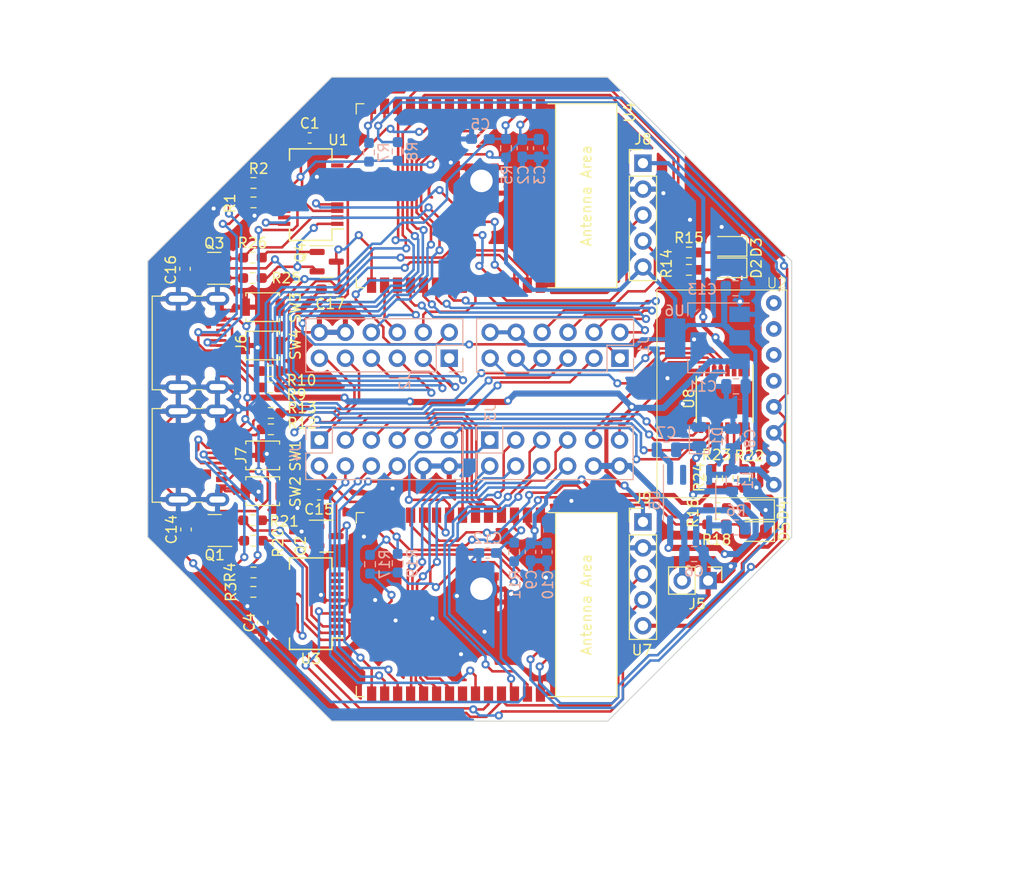
<source format=kicad_pcb>
(kicad_pcb (version 20221018) (generator pcbnew)
  (layers (0 "F.Cu" signal) (31 "B.Cu" signal) (34 "B.Paste" user) (35 "F.Paste" user) (36 "B.SilkS" user "B.Silkscreen") (37 "F.SilkS" user "F.Silkscreen") (38 "B.Mask" user) (39 "F.Mask" user) (44 "Edge.Cuts" user))
  (net 0 "")
  (net 1 "+12V")
  (net 2 "GND")
  (net 3 "Net-(D1-K)")
  (net 4 "+5V")
  (net 5 "/INA_00")
  (net 6 "/EA_00")
  (net 7 "/INB_00")
  (net 8 "/EB_00")
  (net 9 "/INA_01")
  (net 10 "/EA_01")
  (net 11 "/INB_01")
  (net 12 "/EB_01")
  (net 13 "/SW_00")
  (net 14 "+3.3V")
  (net 15 "/SW_01")
  (net 16 "/INA_20")
  (net 17 "/EA_20")
  (net 18 "/INB_20")
  (net 19 "/EB_20")
  (net 20 "/INA_21")
  (net 21 "/EA_21")
  (net 22 "/INB_21")
  (net 23 "/EB_21")
  (net 24 "/SW_20")
  (net 25 "/SW_21")
  (net 26 "/INA_10")
  (net 27 "/EA_10")
  (net 28 "/INB_10")
  (net 29 "/EB_10")
  (net 30 "/INA_11")
  (net 31 "/EA_11")
  (net 32 "/INB_11")
  (net 33 "/EB_11")
  (net 34 "/SW_10")
  (net 35 "/SW_11")
  (net 36 "/INA_30")
  (net 37 "/EA_30")
  (net 38 "/INB_30")
  (net 39 "/EB_30")
  (net 40 "/INA_31")
  (net 41 "/EA_31")
  (net 42 "/INB_31")
  (net 43 "/EB_31")
  (net 44 "/SW_30")
  (net 45 "/SW_31")
  (net 46 "/EN0")
  (net 47 "/SCL")
  (net 48 "/SDA")
  (net 49 "Net-(U5-CB)")
  (net 50 "/EN1")
  (net 51 "/BOOT0")
  (net 52 "Net-(D2-A)")
  (net 53 "Net-(D3-A)")
  (net 54 "Net-(D4-A)")
  (net 55 "Net-(D5-A)")
  (net 56 "Net-(J6-CC1)")
  (net 57 "/USB_DP0")
  (net 58 "/USB_DM0")
  (net 61 "Net-(J6-CC2)")
  (net 63 "Net-(J7-CC1)")
  (net 65 "Net-(J7-CC2)")
  (net 67 "/TX0")
  (net 68 "/RX0")
  (net 69 "/TX1")
  (net 70 "/RX1")
  (net 71 "Net-(Q1-B)")
  (net 72 "/RTS1")
  (net 73 "Net-(Q2-B)")
  (net 74 "/DTR1")
  (net 75 "Net-(Q3-B)")
  (net 76 "/RTS0")
  (net 77 "Net-(Q4-B)")
  (net 78 "/DTR0")
  (net 79 "Net-(U1-USBDM)")
  (net 80 "Net-(U1-USBDP)")
  (net 81 "/USB_DM1")
  (net 82 "Net-(U3-USBDM)")
  (net 83 "/USB_DP1")
  (net 84 "Net-(U3-USBDP)")
  (net 85 "Net-(U5-ON{slash}~{OFF})")
  (net 86 "/LED00")
  (net 87 "/LED01")
  (net 88 "/LED10")
  (net 89 "/LED11")
  (net 90 "Net-(U8-SDA)")
  (net 91 "Net-(U8-SCL)")
  (net 92 "Net-(U8-NINT)")
  (net 117 "/BOOT1")
  (footprint "Package_TO_SOT_SMD:SOT-23" (layer "F.Cu") (at 65.7625 81.95 180)
    (fp_text reference "Q3")
    (fp_text value "DNBT8105-7")
  )
  (footprint "Capacitor_SMD:C_0603_1608Metric_Pad1.08x0.95mm_HandSolder" (layer "F.Cu") (at 75.1 69.2)
    (fp_text reference "C1")
    (fp_text value "0.1u")
  )
  (footprint "Resistor_SMD:R_0603_1608Metric_Pad0.98x0.95mm_HandSolder" (layer "F.Cu") (at 69.6 111.7)
    (fp_text reference "R4")
    (fp_text value "27")
  )
  (footprint "Resistor_SMD:R_0603_1608Metric_Pad0.98x0.95mm_HandSolder" (layer "F.Cu") (at 69.5 80.9)
    (fp_text reference "R26")
    (fp_text value "10k")
  )
  (footprint "Capacitor_SMD:C_0603_1608Metric_Pad1.08x0.95mm_HandSolder" (layer "F.Cu") (at 76 104.1 180)
    (fp_text reference "C15")
    (fp_text value "0.1u")
  )
  (footprint "Resistor_SMD:R_0603_1608Metric_Pad0.98x0.95mm_HandSolder" (layer "F.Cu") (at 114.9 107)
    (fp_text reference "R18")
    (fp_text value "180")
  )
  (footprint "Connector_PinHeader_2.54mm:PinHeader_1x02_P2.54mm_Vertical" (layer "F.Cu") (at 114.075 112.5 -90)
    (fp_text reference "J5")
    (fp_text value "Conn_01x02")
  )
  (footprint "Button_Switch_SMD:SW_SPST_B3U-1000P" (layer "F.Cu") (at 70.5 100.25)
    (fp_text reference "SW1")
    (fp_text value "SW_SPST")
  )
  (footprint "Resistor_SMD:R_0603_1608Metric_Pad0.98x0.95mm_HandSolder" (layer "F.Cu") (at 71.2 92)
    (fp_text reference "R10")
    (fp_text value "5.1k")
  )
  (footprint "Resistor_SMD:R_0603_1608Metric_Pad0.98x0.95mm_HandSolder" (layer "F.Cu") (at 69.6 108.6 180)
    (fp_text reference "R20")
    (fp_text value "10k")
  )
  (footprint "Capacitor_SMD:C_0603_1608Metric_Pad1.08x0.95mm_HandSolder" (layer "F.Cu") (at 62.9 82 -90)
    (fp_text reference "C16")
    (fp_text value "0.1u")
  )
  (footprint "Connector_USB:USB_C_Receptacle_JAE_DX07S016JA1R1500" (layer "F.Cu") (at 63.4 89.25 -90)
    (fp_text reference "J6")
    (fp_text value "USB_C_Receptacle_USB2.0")
  )
  (footprint "Package_TO_SOT_SMD:SOT-23" (layer "F.Cu") (at 65.8 107.6 180)
    (fp_text reference "Q1")
    (fp_text value "DNBT8105-7")
  )
  (footprint "Resistor_SMD:R_0603_1608Metric_Pad0.98x0.95mm_HandSolder" (layer "F.Cu") (at 69.5875 113.6)
    (fp_text reference "R3")
    (fp_text value "27")
  )
  (footprint "LED_SMD:LED_0805_2012Metric_Pad1.15x1.40mm_HandSolder" (layer "F.Cu") (at 116 81.9 180)
    (fp_text reference "D2")
    (fp_text value "LED")
  )
  (footprint "Resistor_SMD:R_0603_1608Metric_Pad0.98x0.95mm_HandSolder" (layer "F.Cu") (at 116 102.5 90)
    (fp_text reference "R23")
    (fp_text value "2.2k")
  )
  (footprint "Button_Switch_SMD:SW_SPST_B3U-1000P" (layer "F.Cu") (at 70.5 89.5)
    (fp_text reference "SW4")
    (fp_text value "SW_SPST")
  )
  (footprint "Resistor_SMD:R_0603_1608Metric_Pad0.98x0.95mm_HandSolder" (layer "F.Cu") (at 115 105.4)
    (fp_text reference "R16")
    (fp_text value "280")
  )
  (footprint "Resistor_SMD:R_0603_1608Metric_Pad0.98x0.95mm_HandSolder" (layer "F.Cu") (at 114.4 102.5 90)
    (fp_text reference "R24")
    (fp_text value "2.2k")
  )
  (footprint "LED_SMD:LED_0805_2012Metric_Pad1.15x1.40mm_HandSolder" (layer "F.Cu") (at 118.7 105.56 180)
    (fp_text reference "D4")
    (fp_text value "LED")
  )
  (footprint "Package_SO:TSSOP-16-1EP_4.4x5mm_P0.65mm" (layer "F.Cu") (at 115.6425 94.765 -90)
    (fp_text reference "U8")
    (fp_text value "~")
  )
  (footprint "Resistor_SMD:R_0603_1608Metric_Pad0.98x0.95mm_HandSolder" (layer "F.Cu") (at 69.6 73.6)
    (fp_text reference "R2")
    (fp_text value "27")
  )
  (footprint "Resistor_SMD:R_0603_1608Metric_Pad0.98x0.95mm_HandSolder" (layer "F.Cu") (at 71.3 96.1)
    (fp_text reference "R13")
    (fp_text value "5.1k")
  )
  (footprint "Resistor_SMD:R_0603_1608Metric_Pad0.98x0.95mm_HandSolder" (layer "F.Cu") (at 117.6 102.5 90)
    (fp_text reference "R22")
    (fp_text value "2.2k")
  )
  (footprint "Capacitor_SMD:C_0603_1608Metric_Pad1.08x0.95mm_HandSolder" (layer "F.Cu") (at 63 107.5 90)
    (fp_text reference "C14")
    (fp_text value "0.1u")
  )
  (footprint "Resistor_SMD:R_0603_1608Metric_Pad0.98x0.95mm_HandSolder" (layer "F.Cu") (at 112.2 82.1)
    (fp_text reference "R14")
    (fp_text value "280")
  )
  (footprint "Button_Switch_SMD:SW_SPST_B3U-1000P" (layer "F.Cu") (at 70.5 103.75)
    (fp_text reference "SW2")
    (fp_text value "SW_SPST")
  )
  (footprint "Package_TO_SOT_SMD:SOT-23" (layer "F.Cu") (at 76.7375 108.15)
    (fp_text reference "Q2")
    (fp_text value "DNBT8105-7")
  )
  (footprint "Connector_PinHeader_2.54mm:PinHeader_1x05_P2.54mm_Vertical" (layer "F.Cu") (at 107.7 106.76)
    (fp_text reference "J9")
    (fp_text value "Conn_01x05")
  )
  (footprint "Resistor_SMD:R_0603_1608Metric_Pad0.98x0.95mm_HandSolder" (layer "F.Cu") (at 69.5125 106.6)
    (fp_text reference "R21")
    (fp_text value "10k")
  )
  (footprint "Resistor_SMD:R_0603_1608Metric_Pad0.98x0.95mm_HandSolder" (layer "F.Cu") (at 71.2 93.6)
    (fp_text reference "R9")
    (fp_text value "5.1k")
  )
  (footprint "Resistor_SMD:R_0603_1608Metric_Pad0.98x0.95mm_HandSolder" (layer "F.Cu") (at 69.5 82.9 180)
    (fp_text reference "R25")
    (fp_text value "10k")
  )
  (footprint "Resistor_SMD:R_0603_1608Metric_Pad0.98x0.95mm_HandSolder" (layer "F.Cu") (at 112.2 80.4)
    (fp_text reference "R15")
    (fp_text value "280")
  )
  (footprint "LED_SMD:LED_0805_2012Metric_Pad1.15x1.40mm_HandSolder" (layer "F.Cu") (at 118.7 107.7 180)
    (fp_text reference "D5")
    (fp_text value "LED")
  )
  (footprint "Resistor_SMD:R_0603_1608Metric_Pad0.98x0.95mm_HandSolder" (layer "F.Cu") (at 71.3 97.7)
    (fp_text reference "R12")
    (fp_text value "5.1k")
  )
  (footprint "Capacitor_SMD:C_0603_1608Metric_Pad1.08x0.95mm_HandSolder" (layer "F.Cu") (at 77.1 84 180)
    (fp_text reference "C17")
    (fp_text value "0.1u")
  )
  (footprint "Espressif:ESP32-C6-WROOM-1" (layer "F.Cu") (at 89.41 114.85 -90)
    (fp_text reference "U7")
    (fp_text value "ESP32-C6-WROOM-1")
  )
  (footprint "Resistor_SMD:R_0603_1608Metric_Pad0.98x0.95mm_HandSolder" (layer "F.Cu") (at 69.6 75.5)
    (fp_text reference "R1")
    (fp_text value "27")
  )
  (footprint "Package_SO:SSOP-20_3.9x8.7mm_P0.635mm" (layer "F.Cu") (at 75.2 114.7575 180)
    (fp_text reference "U3")
    (fp_text value "FT231XS")
  )
  (footprint "Connector_PinHeader_2.54mm:PinHeader_1x05_P2.54mm_Vertical" (layer "F.Cu") (at 107.7 71.66)
    (fp_text reference "J8")
    (fp_text value "Conn_01x05")
  )
  (footprint "Espressif:ESP32-C6-WROOM-1" (layer "F.Cu") (at 89.4 74.85 -90)
    (fp_text reference "U4")
    (fp_text value "ESP32-C6-WROOM-1")
  )
  (footprint "Package_TO_SOT_SMD:SOT-23" (layer "F.Cu") (at 76.7625 81.3)
    (fp_text reference "Q4")
    (fp_text value "DNBT8105-7")
  )
  (footprint "LED_SMD:LED_0805_2012Metric_Pad1.15x1.40mm_HandSolder" (layer "F.Cu") (at 116 79.8 180)
    (fp_text reference "D3")
    (fp_text value "LED")
  )
  (footprint "Package_SO:SSOP-20_3.9x8.7mm_P0.635mm" (layer "F.Cu") (at 75.2 74.7425 180)
    (fp_text reference "U1")
    (fp_text value "FT231XS")
  )
  (footprint "Adafruit_Sensors:BNO055" (layer "F.Cu") (at 121.77 104.39 180)
    (fp_text reference "U2")
    (fp_text value "~")
  )
  (footprint "Button_Switch_SMD:SW_SPST_B3U-1000P" (layer "F.Cu") (at 70.5 85.75)
    (fp_text reference "SW3")
    (fp_text value "SW_SPST")
  )
  (footprint "Connector_USB:USB_C_Receptacle_JAE_DX07S016JA1R1500" (layer "F.Cu") (at 63.4 100.25 -90)
    (fp_text reference "J7")
    (fp_text value "USB_C_Receptacle_USB2.0")
  )
  (footprint "Capacitor_SMD:C_0603_1608Metric_Pad1.08x0.95mm_HandSolder" (layer "F.Cu") (at 70.5 116.6 -90)
    (fp_text reference "C4")
    (fp_text value "0.1u")
  )
  (footprint "Diode_SMD:D_0805_2012Metric" (layer "B.Cu") (at 113.2 98.4 90)
    (fp_text reference "D1")
    (fp_text value "D")
  )
  (footprint "Capacitor_SMD:C_0603_1608Metric_Pad1.08x0.95mm_HandSolder" (layer "B.Cu") (at 97.5 70.2 -90)
    (fp_text reference "C3")
    (fp_text value "0.1u")
  )
  (footprint "Connector_PinHeader_2.54mm:PinHeader_2x06_P2.54mm_Vertical" (layer "B.Cu") (at 88.75 90.75 90)
    (fp_text reference "J2")
    (fp_text value "Conn_02x06_Odd_Even")
  )
  (footprint "Capacitor_SMD:C_0805_2012Metric" (layer "B.Cu") (at 116.75 83.9)
    (fp_text reference "C13")
    (fp_text value "10uF")
  )
  (footprint "Capacitor_SMD:C_0805_2012Metric" (layer "B.Cu") (at 110 99.7 180)
    (fp_text reference "C7")
    (fp_text value "10nF")
  )
  (footprint "Connector_PinHeader_2.54mm:PinHeader_2x06_P2.54mm_Vertical" (layer "B.Cu") (at 76.05 98.75 -90)
    (fp_text reference "J4")
    (fp_text value "Conn_02x06_Odd_Even")
  )
  (footprint "Capacitor_SMD:C_0805_2012Metric" (layer "B.Cu") (at 116.5 98.6 90)
    (fp_text reference "C8")
    (fp_text value "68uF")
  )
  (footprint "Capacitor_SMD:C_0603_1608Metric_Pad1.08x0.95mm_HandSolder" (layer "B.Cu") (at 91.8 69.3 180)
    (fp_text reference "C5")
    (fp_text value "0.1u")
  )
  (footprint "Package_SO:SOIC-8_3.9x4.9mm_P1.27mm" (layer "B.Cu") (at 112.265 104.625 -90)
    (fp_text reference "U5")
    (fp_text value "LM2675M-5")
  )
  (footprint "Capacitor_SMD:C_0603_1608Metric_Pad1.08x0.95mm_HandSolder" (layer "B.Cu") (at 95.9 70.2 -90)
    (fp_text reference "C2")
    (fp_text value "10u")
  )
  (footprint "Capacitor_SMD:C_0603_1608Metric_Pad1.08x0.95mm_HandSolder" (layer "B.Cu") (at 96.7 109.7 -90)
    (fp_text reference "C9")
    (fp_text value "10u")
  )
  (footprint "Resistor_SMD:R_0603_1608Metric_Pad0.98x0.95mm_HandSolder" (layer "B.Cu") (at 83.7 110.8 90)
    (fp_text reference "R19")
    (fp_text value "2.2k")
  )
  (footprint "Resistor_SMD:R_0603_1608Metric_Pad0.98x0.95mm_HandSolder" (layer "B.Cu") (at 80.9 70.6 90)
    (fp_text reference "R7")
    (fp_text value "2.2k")
  )
  (footprint "Capacitor_SMD:C_0603_1608Metric_Pad1.08x0.95mm_HandSolder" (layer "B.Cu") (at 92.5 109.8 180)
    (fp_text reference "C12")
    (fp_text value "0.1u")
  )
  (footprint "Capacitor_SMD:C_0805_2012Metric" (layer "B.Cu") (at 112.7 109.9)
    (fp_text reference "C6")
    (fp_text value "100uF")
  )
  (footprint "Connector_PinHeader_2.54mm:PinHeader_2x06_P2.54mm_Vertical" (layer "B.Cu") (at 92.71 98.75 -90)
    (fp_text reference "J3")
    (fp_text value "Conn_02x06_Odd_Even")
  )
  (footprint "Connector_PinHeader_2.54mm:PinHeader_2x06_P2.54mm_Vertical" (layer "B.Cu") (at 105.45 90.75 90)
    (fp_text reference "J1")
    (fp_text value "Conn_02x06_Odd_Even" hide)
  )
  (footprint "Package_TO_SOT_SMD:SOT-223-3_TabPin2" (layer "B.Cu") (at 114 88.75 180)
    (fp_text reference "U6")
    (fp_text value "LD1117S33TR_SOT223")
  )
  (footprint "Resistor_SMD:R_0603_1608Metric_Pad0.98x0.95mm_HandSolder" (layer "B.Cu") (at 83.7 70.5125 90)
    (fp_text reference "R8")
    (fp_text value "2.2k")
  )
  (footprint "Capacitor_SMD:C_0805_2012Metric" (layer "B.Cu") (at 116.8 93.5 180)
    (fp_text reference "C11")
    (fp_text value "100nF")
  )
  (footprint "Resistor_SMD:R_0603_1608Metric_Pad0.98x0.95mm_HandSolder" (layer "B.Cu") (at 95.1 109.7 90)
    (fp_text reference "R11")
    (fp_text value "10k")
  )
  (footprint "Resistor_SMD:R_0603_1608Metric_Pad0.98x0.95mm_HandSolder" (layer "B.Cu") (at 81 110.9 90)
    (fp_text reference "R17")
    (fp_text value "2.2k")
  )
  (footprint "Resistor_SMD:R_0805_2012Metric" (layer "B.Cu") (at 116.8 107.3 180)
    (fp_text reference "R6")
    (fp_text value "5k")
  )
  (footprint "Capacitor_SMD:C_0603_1608Metric_Pad1.08x0.95mm_HandSolder" (layer "B.Cu") (at 98.3 109.7 -90)
    (fp_text reference "C10")
    (fp_text value "0.1u")
  )
  (footprint "Resistor_SMD:R_0603_1608Metric_Pad0.98x0.95mm_HandSolder" (layer "B.Cu") (at 94.3 70.2 90)
    (fp_text reference "R5")
    (fp_text value "10k")
  )
  (footprint "Inductor_SMD:L_0805_2012Metric" (layer "B.Cu") (at 116.4 102.7 90)
    (fp_text reference "L1")
    (fp_text value "47uH")
  )
  (gr_line (start 104.25 126.25) (end 122.25 108.25) (stroke (width 0.1)) (layer "Edge.Cuts"))
  (gr_line (start 122.25 94.75) (end 122.25 108.25) (stroke (width 0.1)) (layer "Edge.Cuts"))
  (gr_line (start 90.75 63.25) (end 104.25 63.25) (stroke (width 0.1)) (layer "Edge.Cuts"))
  (gr_line (start 77.25 126.25) (end 59.25 108.25) (stroke (width 0.1)) (layer "Edge.Cuts"))
  (gr_line (start 90.75 126.25) (end 104.25 126.25) (stroke (width 0.1)) (layer "Edge.Cuts"))
  (gr_line (start 104.25 63.25) (end 122.25 81.25) (stroke (width 0.1)) (layer "Edge.Cuts"))
  (gr_line (start 90.75 126.25) (end 77.25 126.25) (stroke (width 0.1)) (layer "Edge.Cuts"))
  (gr_line (start 122.25 94.75) (end 122.25 81.25) (stroke (width 0.1)) (layer "Edge.Cuts"))
  (gr_line (start 59.25 94.75) (end 59.25 81.25) (stroke (width 0.1)) (layer "Edge.Cuts"))
  (gr_line (start 90.75 63.25) (end 77.25 63.25) (stroke (width 0.1)) (layer "Edge.Cuts"))
  (gr_line (start 59.25 94.75) (end 59.25 108.25) (stroke (width 0.1)) (layer "Edge.Cuts"))
  (gr_line (start 59.25 81.25) (end 77.25 63.25) (stroke (width 0.1)) (layer "Edge.Cuts"))
  (segment (start 111.535 112.5) (end 111.535 110.115) (width 0.6) (layer "B.Cu") (net 1))
  (segment (start 112.480761 105.625) (end 111.63 106.475761) (width 0.6) (layer "B.Cu") (net 1))
  (segment (start 111.63 106.475761) (end 106.444239 101.29) (width 0.6) (layer "B.Cu") (net 1))
  (segment (start 116.0375 105.625) (end 117.7125 107.3) (width 0.6) (layer "B.Cu") (net 1))
  (segment (start 111.75 109.9) (end 111.75 107.22) (width 0.6) (layer "B.Cu") (net 1))
  (segment (start 111.63 106.307919) (end 111.63 107.1) (width 0.6) (layer "B.Cu") (net 1))
  (segment (start 111.75 107.22) (end 111.63 107.1) (width 0.6) (layer "B.Cu") (net 1))
  (segment (start 111.535 110.115) (end 111.75 109.9) (width 0.6) (layer "B.Cu") (net 1))
  (segment (start 105.41 101.29) (end 102.87 101.29) (width 0.6) (layer "B.Cu") (net 1))
  (segment (start 112.480761 105.625) (end 116.0375 105.625) (width 0.6) (layer "B.Cu") (net 1))
  (segment (start 111.63 107.1) (end 111.63 106.475761) (width 0.6) (layer "B.Cu") (net 1))
  (segment (start 106.444239 101.29) (end 105.41 101.29) (width 0.6) (layer "B.Cu") (net 1))
  (segment (start 116.3 111.003278) (end 116.3 111.1) (width 0.6) (layer "F.Cu") (net 2))
  (segment (start 100.7 104.7) (end 100.6 104.7) (width 0.25) (layer "F.Cu") (net 2))
  (segment (start 76.2375 84) (end 73.675 86.5625) (width 0.25) (layer "F.Cu") (net 2))
  (segment (start 66.45 97.15) (end 66.75 97.15) (width 0.25) (layer "F.Cu") (net 2))
  (segment (start 70 89.7) (end 70 89.7) (width 0.25) (layer "F.Cu") (net 2))
  (segment (start 60.925 97.255) (end 62.25 95.93) (width 0.25) (layer "F.Cu") (net 2))
  (segment (start 70 89.7) (end 70 89.7) (width 0.25) (layer "F.Cu") (net 2))
  (segment (start 72.2125 97.7) (end 69.6625 100.25) (width 0.25) (layer "F.Cu") (net 2))
  (segment (start 74.260195 88.21) (end 76.05 88.21) (width 0.25) (layer "F.Cu") (net 2))
  (segment (start 116.203278 111.1) (end 114.803278 112.5) (width 0.6) (layer "F.Cu") (net 2))
  (segment (start 116.3 111.1) (end 116.203278 111.1) (width 0.6) (layer "F.Cu") (net 2))
  (segment (start 97.67 106.1) (end 98.37 106.1) (width 0.25) (layer "F.Cu") (net 2))
  (segment (start 68.1 95.8) (end 68.1 94.6) (width 0.25) (layer "F.Cu") (net 2))
  (segment (start 112.7 86.574695) (end 112.7 88.9) (width 0.25) (layer "F.Cu") (net 2))
  (segment (start 114.803278 112.5) (end 114.075 112.5) (width 0.6) (layer "F.Cu") (net 2))
  (segment (start 72.1125 92) (end 72.1125 91.8125) (width 0.25) (layer "F.Cu") (net 2))
  (segment (start 76.74 114.44) (end 76.2 113.9) (width 0.25) (layer "F.Cu") (net 2))
  (segment (start 71.5 116.4625) (end 70.5 117.4625) (width 0.25) (layer "F.Cu") (net 2))
  (segment (start 114.074695 85.2) (end 112.7 86.574695) (width 0.25) (layer "F.Cu") (net 2))
  (segment (start 69.8 89.5) (end 68.8 89.5) (width 0.25) (layer "F.Cu") (net 2))
  (segment (start 97.825 106.255) (end 97.825 111.825) (width 0.25) (layer "F.Cu") (net 2))
  (segment (start 66.45 104.195) (end 66.075 104.57) (width 0.25) (layer "F.Cu") (net 2))
  (segment (start 77.8 74.425) (end 76.95 74.425) (width 0.25) (layer "F.Cu") (net 2))
  (segment (start 71.75 75.06) (end 71.4 75.41) (width 0.25) (layer "F.Cu") (net 2))
  (segment (start 66.85 103.75) (end 66.45 103.35) (width 0.25) (layer "F.Cu") (net 2))
  (segment (start 70 89.7) (end 69.8 89.5) (width 0.25) (layer "F.Cu") (net 2))
  (segment (start 120.5 100.58) (end 119 99.08) (width 0.6) (layer "F.Cu") (net 2))
  (segment (start 66.075 93.57) (end 67.07 93.57) (width 0.25) (layer "F.Cu") (net 2))
  (segment (start 118.8 103.5) (end 118.9 103.4) (width 0.6) (layer "F.Cu") (net 2))
  (segment (start 73.675 87.624805) (end 74.260195 88.21) (width 0.25) (layer "F.Cu") (net 2))
  (segment (start 62.25 104.57) (end 60.925 103.245) (width 0.25) (layer "F.Cu") (net 2))
  (segment (start 72.1125 91.8125) (end 70 89.7) (width 0.25) (layer "F.Cu") (net 2))
  (segment (start 120.5 100.58) (end 119.175 101.905) (width 0.6) (layer "F.Cu") (net 2))
  (segment (start 68.1 94.6) (end 68 94.5) (width 0.25) (layer "F.Cu") (net 2))
  (segment (start 71.75 115.075) (end 71.5 115.325) (width 0.25) (layer "F.Cu") (net 2))
  (segment (start 72.6 115.075) (end 71.75 115.075) (width 0.25) (layer "F.Cu") (net 2))
  (segment (start 71.4 76) (end 71.1 76.3) (width 0.25) (layer "F.Cu") (net 2))
  (segment (start 119 99.08) (end 119 87) (width 0.6) (layer "F.Cu") (net 2))
  (segment (start 119.175 101.905) (end 119.175 103.125) (width 0.6) (layer "F.Cu") (net 2))
  (segment (start 68.1 94.4) (end 68.1 93.5) (width 0.25) (layer "F.Cu") (net 2))
  (segment (start 119.725 107.7) (end 119.603278 107.7) (width 0.6) (layer "F.Cu") (net 2))
  (segment (start 97.67 106.1) (end 97.825 106.255) (width 0.25) (layer "F.Cu") (net 2))
  (segment (start 97.825 111.825) (end 98.2 112.2) (width 0.25) (layer "F.Cu") (net 2))
  (segment (start 62.25 93.57) (end 66.075 93.57) (width 0.25) (layer "F.Cu") (net 2))
  (segment (start 117.025 81.9) (end 117.025 79.8) (width 0.25) (layer "F.Cu") (net 2))
  (segment (start 117.2 85.2) (end 114.074695 85.2) (width 0.25) (layer "F.Cu") (net 2))
  (segment (start 66.95 92.35) (end 68.1 93.5) (width 0.25) (layer "F.Cu") (net 2))
  (segment (start 67.97 95.93) (end 68.1 95.8) (width 0.25) (layer "F.Cu") (net 2))
  (segment (start 73.675 86.5625) (end 73.675 87.624805) (width 0.25) (layer "F.Cu") (net 2))
  (segment (start 66.075 95.93) (end 67.97 95.93) (width 0.25) (layer "F.Cu") (net 2))
  (segment (start 81.46 114.44) (end 81.5 114.4) (width 0.25) (layer "F.Cu") (net 2))
  (segment (start 118.8 103.4) (end 118.8 103.5) (width 0.6) (layer "F.Cu") (net 2))
  (segment (start 77.8 114.44) (end 76.74 114.44) (width 0.25) (layer "F.Cu") (net 2))
  (segment (start 71.5 115.325) (end 71.5 116.4625) (width 0.25) (layer "F.Cu") (net 2))
  (segment (start 68.8 103.75) (end 66.85 103.75) (width 0.25) (layer "F.Cu") (net 2))
  (segment (start 68 94.5) (end 68.1 94.4) (width 0.25) (layer "F.Cu") (net 2))
  (segment (start 119 87) (end 117.2 85.2) (width 0.6) (layer "F.Cu") (net 2))
  (segment (start 76.95 74.425) (end 75.8 73.275) (width 0.25) (layer "F.Cu") (net 2))
  (segment (start 72.1125 92) (end 72.1125 93.6) (width 0.25) (layer "F.Cu") (net 2))
  (segment (start 77.8 114.44) (end 81.46 114.44) (width 0.25) (layer "F.Cu") (net 2))
  (segment (start 72.6 75.06) (end 71.75 75.06) (width 0.25) (layer "F.Cu") (net 2))
  (segment (start 67.07 93.57) (end 68 94.5) (width 0.25) (layer "F.Cu") (net 2))
  (segment (start 62.25 95.93) (end 66.075 95.93) (width 0.25) (layer "F.Cu") (net 2))
  (segment (start 99.77 104.7) (end 100.7 104.7) (width 0.25) (layer "F.Cu") (net 2))
  (segment (start 74.260195 91.452305) (end 72.1125 93.6) (width 0.25) (layer "F.Cu") (net 2))
  (segment (start 66.45 103.35) (end 66.45 104.195) (width 0.25) (layer "F.Cu") (net 2))
  (segment (start 71.4 75.41) (end 71.4 76) (width 0.25) (layer "F.Cu") (net 2))
  (segment (start 66.45 92.35) (end 66.95 92.35) (width 0.25) (layer "F.Cu") (net 2))
  (segment (start 74.260195 88.21) (end 74.260195 91.452305) (width 0.25) (layer "F.Cu") (net 2))
  (segment (start 66.75 97.15) (end 68.1 95.8) (width 0.25) (layer "F.Cu") (net 2))
  (segment (start 98.37 106.1) (end 99.77 104.7) (width 0.25) (layer "F.Cu") (net 2))
  (segment (start 60.925 103.245) (end 60.925 97.255) (width 0.25) (layer "F.Cu") (net 2))
  (segment (start 70.2 76.3) (end 69.7 76.8) (width 0.25) (layer "F.Cu") (net 2))
  (segment (start 71.1 76.3) (end 70.2 76.3) (width 0.25) (layer "F.Cu") (net 2))
  (segment (start 118.9 103.4) (end 118.8 103.4) (width 0.6) (layer "F.Cu") (net 2))
  (segment (start 75.8 73.275) (end 75.8 73) (width 0.25) (layer "F.Cu") (net 2))
  (segment (start 69.6625 100.25) (end 68.8 100.25) (width 0.25) (layer "F.Cu") (net 2))
  (segment (start 119.175 103.125) (end 118.9 103.4) (width 0.6) (layer "F.Cu") (net 2))
  (segment (start 119.603278 107.7) (end 116.3 111.003278) (width 0.6) (layer "F.Cu") (net 2))
  (segment (start 72.2125 96.1) (end 72.2125 97.7) (width 0.25) (layer "F.Cu") (net 2))
  (via (at 69 115) (size 0.8) (drill 0.4) (layers "F.Cu" "B.Cu") (net 2))
  (via (at 83.2 103.5) (size 0.8) (drill 0.4) (layers "F.Cu" "B.Cu") (net 2))
  (via (at 118.8 103.4) (size 0.8) (drill 0.4) (layers "F.Cu" "B.Cu") (net 2))
  (via (at 87.1 116.2) (size 0.8) (drill 0.4) (layers "F.Cu" "B.Cu") (net 2))
  (via (at 69.7 76.8) (size 0.8) (drill 0.4) (layers "F.Cu" "B.Cu") (net 2))
  (via (at 75.8 73) (size 0.8) (drill 0.4) (layers "F.Cu" "B.Cu") (net 2))
  (via (at 89.9 119.7) (size 0.8) (drill 0.4) (layers "F.Cu" "B.Cu") (net 2))
  (via (at 70.9 100.1) (size 0.8) (drill 0.4) (layers "F.Cu" "B.Cu") (net 2))
  (via (at 70.1 103.8) (size 0.8) (drill 0.4) (layers "F.Cu" "B.Cu") (net 2))
  (via (at 115.4 77.9) (size 0.8) (drill 0.4) (layers "F.Cu" "B.Cu") (net 2))
  (via (at 109.7 74.6) (size 0.8) (drill 0.4) (layers "F.Cu" "B.Cu") (net 2))
  (via (at 83.5 116.4) (size 0.8) (drill 0.4) (layers "F.Cu" "B.Cu") (net 2))
  (via (at 94.8 113.8) (size 0.8) (drill 0.4) (layers "F.Cu" "B.Cu") (net 2))
  (via (at 91.9 73.4) (size 3) (drill 2.2) (layers "F.Cu" "B.Cu") (net 2))
  (via (at 116.3 111.1) (size 0.8) (drill 0.4) (layers "F.Cu" "B.Cu") (net 2))
  (via (at 117.2 85.2) (size 0.8) (drill 0.4) (layers "F.Cu" "B.Cu") (net 2))
  (via (at 112.7 88.9) (size 0.8) (drill 0.4) (layers "F.Cu" "B.Cu") (net 2))
  (via (at 111.6 95.2) (size 0.8) (drill 0.4) (layers "F.Cu" "B.Cu") (net 2))
  (via (at 74.3 107.7) (size 0.8) (drill 0.4) (layers "F.Cu" "B.Cu") (net 2))
  (via (at 119.7 105.6) (size 0.8) (drill 0.4) (layers "F.Cu" "B.Cu") (net 2))
  (via (at 92.2 117.5) (size 0.8) (drill 0.4) (layers "F.Cu" "B.Cu") (net 2))
  (via (at 65.7 76.1) (size 0.8) (drill 0.4) (layers "F.Cu" "B.Cu") (net 2))
  (via (at 88.9 71.6) (size 0.8) (drill 0.4) (layers "F.Cu" "B.Cu") (net 2))
  (via (at 112.3 77.2) (size 0.8) (drill 0.4) (layers "F.Cu" "B.Cu") (net 2))
  (via (at 98.2 112.2) (size 0.8) (drill 0.4) (layers "F.Cu" "B.Cu") (net 2))
  (via (at 81.5 114.4) (size 0.8) (drill 0.4) (layers "F.Cu" "B.Cu") (net 2))
  (via (at 80.4 108.2) (size 0.8) (drill 0.4) (layers "F.Cu" "B.Cu") (net 2))
  (via (at 73.9 105.4) (size 0.8) (drill 0.4) (layers "F.Cu" "B.Cu") (net 2))
  (via (at 91.9 113.3) (size 3) (drill 2.2) (layers "F.Cu" "B.Cu") (net 2))
  (via (at 76.2 113.9) (size 0.8) (drill 0.4) (layers "F.Cu" "B.Cu") (net 2))
  (via (at 110.1 92.7) (size 0.8) (drill 0.4) (layers "F.Cu" "B.Cu") (net 2))
  (via (at 89.5 114) (size 0.8) (drill 0.4) (layers "F.Cu" "B.Cu") (net 2))
  (via (at 70 89.7) (size 0.8) (drill 0.4) (layers "F.Cu" "B.Cu") (net 2))
  (via (at 68.1 95.8) (size 0.8) (drill 0.4) (layers "F.Cu" "B.Cu") (net 2))
  (via (at 68 94.5) (size 0.8) (drill 0.4) (layers "F.Cu" "B.Cu") (net 2))
  (via (at 100.7 104.7) (size 0.8) (drill 0.4) (layers "F.Cu" "B.Cu") (net 2))
  (segment (start 115.85 93.5) (end 113.1 93.5) (width 0.25) (layer "B.Cu") (net 2))
  (segment (start 113.1 93.5) (end 111.6 95) (width 0.25) (layer "B.Cu") (net 2))
  (segment (start 113.65 112.075) (end 114.075 112.5) (width 0.6) (layer "B.Cu") (net 2))
  (segment (start 117.15 85.15) (end 117.2 85.2) (width 0.25) (layer "B.Cu") (net 2))
  (segment (start 114.85 111.1) (end 113.65 109.9) (width 0.6) (layer "B.Cu") (net 2))
  (segment (start 117.2 85.2) (end 117.15 85.25) (width 0.25) (layer "B.Cu") (net 2))
  (segment (start 68.1 95.8) (end 68.825305 95.8) (width 0.25) (layer "B.Cu") (net 2))
  (segment (start 113.65 109.9) (end 113.65 112.075) (width 0.6) (layer "B.Cu") (net 2))
  (segment (start 110.1 92.7) (end 111.2 92.7) (width 0.25) (layer "B.Cu") (net 2))
  (segment (start 112.9 109.15) (end 112.9 107.1) (width 0.6) (layer "B.Cu") (net 2))
  (segment (start 89.5 114) (end 89.5 111.9375) (width 0.25) (layer "B.Cu") (net 2))
  (segment (start 117.15 85.25) (end 117.15 86.45) (width 0.25) (layer "B.Cu") (net 2))
  (segment (start 112.7 91.2) (end 112.7 88.9) (width 0.25) (layer "B.Cu") (net 2))
  (segment (start 117.15 84.45) (end 117.15 85.15) (width 0.25) (layer "B.Cu") (net 2))
  (segment (start 76.2 113.9) (end 76.2 109.6) (width 0.25) (layer "B.Cu") (net 2))
  (segment (start 76.2 109.6) (end 74.3 107.7) (width 0.25) (layer "B.Cu") (net 2))
  (segment (start 111.2 92.7) (end 112.7 91.2) (width 0.25) (layer "B.Cu") (net 2))
  (segment (start 117.7 83.9) (end 117.15 84.45) (width 0.25) (layer "B.Cu") (net 2))
  (segment (start 89.5 111.9375) (end 91.6375 109.8) (width 0.25) (layer "B.Cu") (net 2))
  (segment (start 69.7 76.8) (end 69.7495 76.7505) (width 0.25) (layer "B.Cu") (net 2))
  (segment (start 111.6 95) (end 111.6 95.2) (width 0.25) (layer "B.Cu") (net 2))
  (segment (start 116.3 111.1) (end 114.85 111.1) (width 0.6) (layer "B.Cu") (net 2))
  (segment (start 75.6 73) (end 75.8 73) (width 0.25) (layer "B.Cu") (net 2))
  (segment (start 113.65 109.9) (end 112.9 109.15) (width 0.6) (layer "B.Cu") (net 2))
  (segment (start 70 94.625305) (end 70 89.7) (width 0.25) (layer "B.Cu") (net 2))
  (segment (start 68.825305 95.8) (end 70 94.625305) (width 0.25) (layer "B.Cu") (net 2))
  (segment (start 112.6 100.8) (end 112.9 100.5) (width 0.6) (layer "F.Cu") (net 3))
  (segment (start 112.6 104.1) (end 112.6 100.8) (width 0.6) (layer "F.Cu") (net 3))
  (segment (start 115.7 109.9) (end 115.1 109.3) (width 0.6) (layer "F.Cu") (net 3))
  (segment (start 110.2 109.3) (end 115.1 109.3) (width 0.6) (layer "F.Cu") (net 3))
  (via (at 112.6 104.1) (size 0.8) (drill 0.4) (layers "F.Cu" "B.Cu") (net 3))
  (via (at 110.2 109.3) (size 0.8) (drill 0.4) (layers "F.Cu" "B.Cu") (net 3))
  (via (at 112.9 100.5) (size 0.8) (drill 0.4) (layers "F.Cu" "B.Cu") (net 3))
  (via (at 115.7 109.9) (size 0.8) (drill 0.4) (layers "F.Cu" "B.Cu") (net 3))
  (segment (start 113.2 99.3375) (end 111.3125 99.3375) (width 0.6) (layer "B.Cu") (net 3))
  (segment (start 116.4 103.7625) (end 116.4 104.1625) (width 0.6) (layer "B.Cu") (net 3))
  (segment (start 113.2 100.2) (end 113.2 99.3375) (width 0.6) (layer "B.Cu") (net 3))
  (segment (start 118.725 108.06066) (end 118.725 106.4875) (width 0.6) (layer "B.Cu") (net 3))
  (segment (start 116.88566 109.9) (end 118.725 108.06066) (width 0.6) (layer "B.Cu") (net 3))
  (segment (start 110.36 107.1) (end 110.36 109.14) (width 0.6) (layer "B.Cu") (net 3))
  (segment (start 116.88566 109.9) (end 115.7 109.9) (width 0.6) (layer "B.Cu") (net 3))
  (segment (start 112.9 100.5) (end 113.2 100.2) (width 0.6) (layer "B.Cu") (net 3))
  (segment (start 111.3125 99.3375) (end 110.95 99.7) (width 0.6) (layer "B.Cu") (net 3))
  (segment (start 110.36 109.14) (end 110.2 109.3) (width 0.6) (layer "B.Cu") (net 3))
  (segment (start 116.4 103.7625) (end 112.9375 103.7625) (width 0.6) (layer "B.Cu") (net 3))
  (segment (start 112.9375 103.7625) (end 112.6 104.1) (width 0.6) (layer "B.Cu") (net 3))
  (segment (start 116.4 104.1625) (end 118.725 106.4875) (width 0.6) (layer "B.Cu") (net 3))
  (segment (start 114.7 88.7) (end 114.8 88.7) (width 0.4) (layer "F.Cu") (net 4))
  (segment (start 73.45 78.2) (end 73.9 77.75) (width 0.25) (layer "F.Cu") (net 4))
  (segment (start 69 93.1) (end 69 94.6) (width 0.25) (layer "F.Cu") (net 4))
  (segment (start 114.8 88.8) (end 114.7 88.7) (width 0.4) (layer "F.Cu") (net 4))
  (segment (start 66.45 97.9) (end 67.927208 97.9) (width 0.25) (layer "F.Cu") (net 4))
  (segment (start 67.2 102.6) (end 68 101.8) (width 0.25) (layer "F.Cu") (net 4))
  (segment (start 84.949 95.0245) (end 94.3755 95.0245) (width 0.6) (layer "F.Cu") (net 4))
  (segment (start 73.925 117.425) (end 74.4 117.9) (width 0.25) (layer "F.Cu") (net 4))
  (segment (start 113.6 87.6) (end 114.7 88.7) (width 0.4) (layer "F.Cu") (net 4))
  (segment (start 73.9 77.75) (end 73.9 74.875) (width 0.25) (layer "F.Cu") (net 4))
  (segment (start 72.6 114.44) (end 73.45 114.44) (width 0.25) (layer "F.Cu") (net 4))
  (segment (start 105.552233 103.2) (end 104.12 101.767767) (width 0.4) (layer "F.Cu") (net 4))
  (segment (start 66.45 102.6) (end 67.2 102.6) (width 0.25) (layer "F.Cu") (net 4))
  (segment (start 67.5 91.6) (end 69 93.1) (width 0.25) (layer "F.Cu") (net 4))
  (segment (start 68.075 86.9) (end 66.45 86.9) (width 0.25) (layer "F.Cu") (net 4))
  (segment (start 66.45 91.6) (end 67.5 91.6) (width 0.25) (layer "F.Cu") (net 4))
  (segment (start 68.9 87.6) (end 68.775 87.6) (width 0.25) (layer "F.Cu") (net 4))
  (segment (start 70.1 78.2) (end 73.45 78.2) (width 0.25) (layer "F.Cu") (net 4))
  (segment (start 104.721231 96.721231) (end 105.529019 96.721231) (width 0.4) (layer "F.Cu") (net 4))
  (segment (start 104.12 101.767767) (end 104.12 97.322462) (width 0.4) (layer "F.Cu") (net 4))
  (segment (start 104.12 97.322462) (end 104.721231 96.721231) (width 0.4) (layer "F.Cu") (net 4))
  (segment (start 106.6 95.65025) (end 106.6 95.5005) (width 0.4) (layer "F.Cu") (net 4))
  (segment (start 73.45 114.44) (end 73.925 114.915) (width 0.25) (layer "F.Cu") (net 4))
  (segment (start 114.8 88.7) (end 114.8 88.8) (width 0.4) (layer "F.Cu") (net 4))
  (segment (start 94.3755 95.0245) (end 94.5 94.9) (width 0.6) (layer "F.Cu") (net 4))
  (segment (start 73.9 74.875) (end 73.45 74.425) (width 0.25) (layer "F.Cu") (net 4))
  (segment (start 73.925 114.915) (end 73.925 117.425) (width 0.25) (layer "F.Cu") (net 4))
  (segment (start 68.8 97.027208) (end 68.8 96.7) (width 0.25) (layer "F.Cu") (net 4))
  (segment (start 68 101.8) (end 70.1 101.8) (width 0.25) (layer "F.Cu") (net 4))
  (segment (start 73.45 74.425) (end 72.6 74.425) (width 0.25) (layer "F.Cu") (net 4))
  (segment (start 113.6 86.7) (end 113.6 87.6) (width 0.4) (layer "F.Cu") (net 4))
  (segment (start 67.927208 97.9) (end 68.8 97.027208) (width 0.25) (layer "F.Cu") (net 4))
  (segment (start 105.9 103.2) (end 105.552233 103.2) (width 0.4) (layer "F.Cu") (net 4))
  (segment (start 68.775 87.6) (end 68.075 86.9) (width 0.25) (layer "F.Cu") (net 4))
  (segment (start 78.5 94.6) (end 69 94.6) (width 0.6) (layer "F.Cu") (net 4))
  (segment (start 84.9 94.9755) (end 84.949 95.0245) (width 0.6) (layer "F.Cu") (net 4))
  (segment (start 68.8 96.7) (end 69 96.5) (width 0.25) (layer "F.Cu") (net 4))
  (segment (start 105.529019 96.721231) (end 106.6 95.65025) (width 0.4) (layer "F.Cu") (net 4))
  (segment (start 69 96.5) (end 69 94.6) (width 0.25) (layer "F.Cu") (net 4))
  (via (at 114.8 88.7) (size 0.8) (drill 0.4) (layers "F.Cu" "B.Cu") (net 4))
  (via (at 94.5 94.9) (size 0.8) (drill 0.4) (layers "F.Cu" "B.Cu") (net 4))
  (via (at 84.9 94.9755) (size 0.8) (drill 0.4) (layers "F.Cu" "B.Cu") (net 4))
  (via (at 68.8 96.7) (size 0.8) (drill 0.4) (layers "F.Cu" "B.Cu") (net 4))
  (via (at 106.6 95.5005) (size 0.8) (drill 0.4) (layers "F.Cu" "B.Cu") (net 4))
  (via (at 113.6 86.7) (size 0.8) (drill 0.4) (layers "F.Cu" "B.Cu") (net 4))
  (via (at 105.9 103.2) (size 0.8) (drill 0.4) (layers "F.Cu" "B.Cu") (net 4))
  (via (at 70.1 78.2) (size 0.8) (drill 0.4) (layers "F.Cu" "B.Cu") (net 4))
  (via (at 70.1 101.8) (size 0.8) (drill 0.4) (layers "F.Cu" "B.Cu") (net 4))
  (via (at 78.5 94.6) (size 0.8) (drill 0.4) (layers "F.Cu" "B.Cu") (net 4))
  (via (at 68.9 87.6) (size 0.8) (drill 0.4) (layers "F.Cu" "B.Cu") (net 4))
  (via (at 74.4 117.9) (size 0.8) (drill 0.4) (layers "F.Cu" "B.Cu") (net 4))
  (via (at 69 94.6) (size 0.8) (drill 0.4) (layers "F.Cu" "B.Cu") (net 4))
  (segment (start 68.9 87.6) (end 69 87.7) (width 0.25) (layer "B.Cu") (net 4))
  (segment (start 70.1 101.8) (end 70.1 98) (width 0.25) (layer "B.Cu") (net 4))
  (segment (start 70.1 86.4) (end 68.9 87.6) (width 0.25) (layer "B.Cu") (net 4))
  (segment (start 106.6995 95.6) (end 109.727207 95.6) (width 0.6) (layer "B.Cu") (net 4))
  (segment (start 114.277207 91.05) (end 117.15 91.05) (width 0.6) (layer "B.Cu") (net 4))
  (segment (start 116.4 101.6375) (end 116.4 99.65) (width 0.6) (layer "B.Cu") (net 4))
  (segment (start 71.2 108) (end 71.2 102.9) (width 0.25) (layer "B.Cu") (net 4))
  (segment (start 70.1 78.2) (end 70.1 86.4) (width 0.25) (layer "B.Cu") (net 4))
  (segment (start 70.1 98) (end 68.8 96.7) (width 0.25) (layer "B.Cu") (net 4))
  (segment (start 116.4 99.65) (end 116.5 99.55) (width 0.6) (layer "B.Cu") (net 4))
  (segment (start 110.16 71.66) (end 113.6 75.1) (width 0.4) (layer "B.Cu") (net 4))
  (segment (start 116.9 91.05) (end 114.8 88.95) (width 0.6) (layer "B.Cu") (net 4))
  (segment (start 107.7 106.76) (end 107.7 105) (width 0.4) (layer "B.Cu") (net 4))
  (segment (start 109.727207 95.6) (end 114.277207 91.05) (width 0.6) (layer "B.Cu") (net 4))
  (segment (start 117.725 91.625) (end 117.15 91.05) (width 0.6) (layer "B.Cu") (net 4))
  (segment (start 114.8 88.95) (end 114.8 88.7) (width 0.6) (layer "B.Cu") (net 4))
  (segment (start 107.7 71.66) (end 110.16 71.66) (width 0.4) (layer "B.Cu") (net 4))
  (segment (start 115.8875 102.15) (end 116.4 101.6375) (width 0.6) (layer "B.Cu") (net 4))
  (segment (start 74.4 111.2) (end 71.2 108) (width 0.25) (layer "B.Cu") (net 4))
  (segment (start 71.2 102.9) (end 70.1 101.8) (width 0.25) (layer "B.Cu") (net 4))
  (segment (start 106.6 95.5005) (end 105.2995 94.2) (width 0.6) (layer "B.Cu") (net 4))
  (segment (start 116.5 99.55) (end 117.725 98.325) (width 0.6) (layer "B.Cu") (net 4))
  (segment (start 116.4 101.6375) (end 119.0175 101.6375) (width 0.6) (layer "B.Cu") (net 4))
  (segment (start 106.6 95.5005) (end 106.6995 95.6) (width 0.6) (layer "B.Cu") (net 4))
  (segment (start 117.725 98.325) (end 117.725 91.625) (width 0.6) (layer "B.Cu") (net 4))
  (segment (start 69 87.7) (end 69 94.6) (width 0.25) (layer "B.Cu") (net 4))
  (segment (start 95.2 94.2) (end 94.5 94.9) (width 0.6) (layer "B.Cu") (net 4))
  (segment (start 74.4 117.9) (end 74.4 111.2) (width 0.25) (layer "B.Cu") (net 4))
  (segment (start 114.17 102.15) (end 115.8875 102.15) (width 0.6) (layer "B.Cu") (net 4))
  (segment (start 113.6 75.1) (end 113.6 86.7) (width 0.4) (layer "B.Cu") (net 4))
  (segment (start 107.7 105) (end 105.9 103.2) (width 0.4) (layer "B.Cu") (net 4))
  (segment (start 119.0175 101.6375) (end 120.5 103.12) (width 0.6) (layer "B.Cu") (net 4))
  (segment (start 78.5 94.6) (end 78.8755 94.9755) (width 0.6) (layer "B.Cu") (net 4))
  (segment (start 105.2995 94.2) (end 95.2 94.2) (width 0.6) (layer "B.Cu") (net 4))
  (segment (start 78.8755 94.9755) (end 84.9 94.9755) (width 0.6) (layer "B.Cu") (net 4))
  (segment (start 117.15 91.05) (end 116.9 91.05) (width 0.6) (layer "B.Cu") (net 4))
  (segment (start 105.45 90.75) (end 104.085 89.385) (width 0.25) (layer "F.Cu") (net 5))
  (segment (start 88.77 66.1) (end 88.77 67.1) (width 0.25) (layer "F.Cu") (net 5))
  (segment (start 86.216396 68.6) (end 85.8 68.6) (width 0.25) (layer "F.Cu") (net 5))
  (segment (start 90.7 89.4) (end 90.7 89.5) (width 0.25) (layer "F.Cu") (net 5))
  (segment (start 74.4 87.2) (end 76.8 84.8) (width 0.25) (layer "F.Cu") (net 5))
  (segment (start 78.825 84.470495) (end 78.825 72.075) (width 0.25) (layer "F.Cu") (net 5))
  (segment (start 87.641396 67.175) (end 86.216396 68.6) (width 0.25) (layer "F.Cu") (net 5))
  (segment (start 78.495495 84.8) (end 78.825 84.470495) (width 0.25) (layer "F.Cu") (net 5))
  (segment (start 88.77 67.1) (end 88.695 67.175) (width 0.25) (layer "F.Cu") (net 5))
  (segment (start 90.815 89.385) (end 90.8 89.4) (width 0.25) (layer "F.Cu") (net 5))
  (segment (start 90.8 89.4) (end 90.7 89.4) (width 0.25) (layer "F.Cu") (net 5))
  (segment (start 82.6 68.3) (end 83 68.3) (width 0.25) (layer "F.Cu") (net 5))
  (segment (start 90.7 89.5) (end 90.8 89.4) (width 0.25) (layer "F.Cu") (net 5))
  (segment (start 78.825 72.075) (end 82.6 68.3) (width 0.25) (layer "F.Cu") (net 5))
  (segment (start 76.8 84.8) (end 78.495495 84.8) (width 0.25) (layer "F.Cu") (net 5))
  (segment (start 104.085 89.385) (end 90.815 89.385) (width 0.25) (layer "F.Cu") (net 5))
  (segment (start 88.695 67.175) (end 87.641396 67.175) (width 0.25) (layer "F.Cu") (net 5))
  (segment (start 74.4 87.3245) (end 74.4 87.2) (width 0.25) (layer "F.Cu") (net 5))
  (via (at 83 68.3) (size 0.8) (drill 0.4) (layers "F.Cu" "B.Cu") (net 5))
  (via (at 85.8 68.6) (size 0.8) (drill 0.4) (layers "F.Cu" "B.Cu") (net 5))
  (via (at 90.7 89.4) (size 0.8) (drill 0.4) (layers "F.Cu" "B.Cu") (net 5))
  (via (at 74.4 87.3245) (size 0.8) (drill 0.4) (layers "F.Cu" "B.Cu") (net 5))
  (segment (start 74.4 88.221701) (end 75.578299 89.4) (width 0.25) (layer "B.Cu") (net 5))
  (segment (start 83 68.3) (end 83.3 68.6) (width 0.25) (layer "B.Cu") (net 5))
  (segment (start 75.578299 89.4) (end 90.7 89.4) (width 0.25) (layer "B.Cu") (net 5))
  (segment (start 74.4 87.3245) (end 74.4 88.221701) (width 0.25) (layer "B.Cu") (net 5))
  (segment (start 83.3 68.6) (end 85.8 68.6) (width 0.25) (layer "B.Cu") (net 5))
  (segment (start 107.69 88.21) (end 105.45 88.21) (width 0.25) (layer "F.Cu") (net 6))
  (segment (start 107.9 88) (end 107.69 88.21) (width 0.25) (layer "F.Cu") (net 6))
  (segment (start 85.385787 85.585787) (end 84.96 85.16) (width 0.25) (layer "F.Cu") (net 6))
  (segment (start 84.96 85.16) (end 84.96 83.6) (width 0.25) (layer "F.Cu") (net 6))
  (segment (start 86.057502 85.585787) (end 85.385787 85.585787) (width 0.25) (layer "F.Cu") (net 6))
  (via (at 107.9 88) (size 0.8) (drill 0.4) (layers "F.Cu" "B.Cu") (net 6))
  (via (at 86.057502 85.585787) (size 0.8) (drill 0.4) (layers "F.Cu" "B.Cu") (net 6))
  (segment (start 87.196715 86.725) (end 106.625 86.725) (width 0.25) (layer "B.Cu") (net 6))
  (segment (start 86.057502 85.585787) (end 87.196715 86.725) (width 0.25) (layer "B.Cu") (net 6))
  (segment (start 106.625 86.725) (end 107.9 88) (width 0.25) (layer "B.Cu") (net 6))
  (segment (start 84.5 79) (end 84.2 78.7) (width 0.25) (layer "F.Cu") (net 7))
  (segment (start 84.2 78.7) (end 84.2 68.7) (width 0.25) (layer "F.Cu") (net 7))
  (segment (start 93.78566 93.1) (end 100.56 93.1) (width 0.25) (layer "F.Cu") (net 7))
  (segment (start 84.541939 80) (end 84.5 79.958061) (width 0.25) (layer "F.Cu") (net 7))
  (segment (start 85.725 67.175) (end 87.005 67.175) (width 0.25) (layer "F.Cu") (net 7))
  (segment (start 93.471142 93.414518) (end 93.78566 93.1) (width 0.25) (layer "F.Cu") (net 7))
  (segment (start 84.5 79.958061) (end 84.5 79) (width 0.25) (layer "F.Cu") (net 7))
  (segment (start 84.2 68.7) (end 85.725 67.175) (width 0.25) (layer "F.Cu") (net 7))
  (segment (start 100.56 93.1) (end 102.91 90.75) (width 0.25) (layer "F.Cu") (net 7))
  (segment (start 87.5 66.68) (end 87.5 66.1) (width 0.25) (layer "F.Cu") (net 7))
  (segment (start 87.005 67.175) (end 87.5 66.68) (width 0.25) (layer "F.Cu") (net 7))
  (via (at 93.471142 93.414518) (size 0.8) (drill 0.4) (layers "F.Cu" "B.Cu") (net 7))
  (via (at 84.541939 80) (size 0.8) (drill 0.4) (layers "F.Cu" "B.Cu") (net 7))
  (segment (start 75.269912 96.3) (end 75.519412 96.0505) (width 0.25) (layer "B.Cu") (net 7))
  (segment (start 81.4 80) (end 77.6 83.8) (width 0.25) (layer "B.Cu") (net 7))
  (segment (start 77.375805 96.0505) (end 77.925305 96.6) (width 0.25) (layer "B.Cu") (net 7))
  (segment (start 72.363604 83.8) (end 70.8 85.363604) (width 0.25) (layer "B.Cu") (net 7))
  (segment (start 84.541939 80) (end 81.4 80) (width 0.25) (layer "B.Cu") (net 7))
  (segment (start 77.6 83.8) (end 72.363604 83.8) (width 0.25) (layer "B.Cu") (net 7))
  (segment (start 87.275812 95.775) (end 91.11066 95.775) (width 0.25) (layer "B.Cu") (net 7))
  (segment (start 86.450812 96.6) (end 87.275812 95.775) (width 0.25) (layer "B.Cu") (net 7))
  (segment (start 70.8 85.363604) (end 70.8 94.1) (width 0.25) (layer "B.Cu") (net 7))
  (segment (start 77.925305 96.6) (end 86.450812 96.6) (width 0.25) (layer "B.Cu") (net 7))
  (segment (start 73 96.3) (end 75.269912 96.3) (width 0.25) (layer "B.Cu") (net 7))
  (segment (start 91.11066 95.775) (end 93.471142 93.414518) (width 0.25) (layer "B.Cu") (net 7))
  (segment (start 75.519412 96.0505) (end 77.375805 96.0505) (width 0.25) (layer "B.Cu") (net 7))
  (segment (start 70.8 94.1) (end 73 96.3) (width 0.25) (layer "B.Cu") (net 7))
  (segment (start 87.050902 85.4755) (end 86.23 84.654598) (width 0.25) (layer "F.Cu") (net 8))
  (segment (start 108 86.9) (end 104.22 86.9) (width 0.25) (layer "F.Cu") (net 8))
  (segment (start 104.22 86.9) (end 102.91 88.21) (width 0.25) (layer "F.Cu") (net 8))
  (segment (start 86.23 84.654598) (end 86.23 83.6) (width 0.25) (layer "F.Cu") (net 8))
  (via (at 87.050902 85.4755) (size 0.8) (drill 0.4) (layers "F.Cu" "B.Cu") (net 8))
  (via (at 108 86.9) (size 0.8) (drill 0.4) (layers "F.Cu" "B.Cu") (net 8))
  (segment (start 87.050902 85.4755) (end 87.850402 86.275) (width 0.25) (layer "B.Cu") (net 8))
  (segment (start 107.375 86.275) (end 108 86.9) (width 0.25) (layer "B.Cu") (net 8))
  (segment (start 87.850402 86.275) (end 107.375 86.275) (width 0.25) (layer "B.Cu") (net 8))
  (segment (start 92.8745 92.65) (end 98.47 92.65) (width 0.25) (layer "F.Cu") (net 9))
  (segment (start 98.47 92.65) (end 100.37 90.75) (width 0.25) (layer "F.Cu") (net 9))
  (segment (start 88.100805 80.9) (end 88.800805 80.2) (width 0.25) (layer "F.Cu") (net 9))
  (segment (start 84 80.9) (end 88.100805 80.9) (width 0.25) (layer "F.Cu") (net 9))
  (segment (start 96.39 82.6) (end 96.39 83.6) (width 0.25) (layer "F.Cu") (net 9))
  (segment (start 88.800805 80.2) (end 93.99 80.2) (width 0.25) (layer "F.Cu") (net 9))
  (segment (start 92.6 92.9245) (end 92.8745 92.65) (width 0.25) (layer "F.Cu") (net 9))
  (segment (start 93.99 80.2) (end 96.39 82.6) (width 0.25) (layer "F.Cu") (net 9))
  (via (at 92.6 92.9245) (size 0.8) (drill 0.4) (layers "F.Cu" "B.Cu") (net 9))
  (via (at 84 80.9) (size 0.8) (drill 0.4) (layers "F.Cu" "B.Cu") (net 9))
  (segment (start 81.163604 80.9) (end 84 80.9) (width 0.25) (layer "B.Cu") (net 9))
  (segment (start 78.111701 96.15) (end 77.562201 95.6005) (width 0.25) (layer "B.Cu") (net 9))
  (segment (start 72.518198 84.281802) (end 77.781802 84.281802) (width 0.25) (layer "B.Cu") (net 9))
  (segment (start 75.333016 95.6005) (end 75.233516 95.7) (width 0.25) (layer "B.Cu") (net 9))
  (segment (start 75.233516 95.7) (end 74.11802 95.7) (width 0.25) (layer "B.Cu") (net 9))
  (segment (start 77.562201 95.6005) (end 75.333016 95.6005) (width 0.25) (layer "B.Cu") (net 9))
  (segment (start 90.1995 95.325) (end 87.089416 95.325) (width 0.25) (layer "B.Cu") (net 9))
  (segment (start 87.089416 95.325) (end 86.264416 96.15) (width 0.25) (layer "B.Cu") (net 9))
  (segment (start 71.25 85.55) (end 72.518198 84.281802) (width 0.25) (layer "B.Cu") (net 9))
  (segment (start 86.264416 96.15) (end 78.111701 96.15) (width 0.25) (layer "B.Cu") (net 9))
  (segment (start 74.11802 95.7) (end 71.25 92.83198) (width 0.25) (layer "B.Cu") (net 9))
  (segment (start 92.6 92.9245) (end 90.1995 95.325) (width 0.25) (layer "B.Cu") (net 9))
  (segment (start 71.25 92.83198) (end 71.25 85.55) (width 0.25) (layer "B.Cu") (net 9))
  (segment (start 77.781802 84.281802) (end 81.163604 80.9) (width 0.25) (layer "B.Cu") (net 9))
  (segment (start 107.424695 86.45) (end 102.13 86.45) (width 0.25) (layer "F.Cu") (net 10))
  (segment (start 88.012299 85.412299) (end 87.7 85.1) (width 0.25) (layer "F.Cu") (net 10))
  (segment (start 88.487701 85.412299) (end 88.012299 85.412299) (width 0.25) (layer "F.Cu") (net 10))
  (segment (start 102.13 86.45) (end 100.37 88.21) (width 0.25) (layer "F.Cu") (net 10))
  (segment (start 87.5 84.9) (end 87.7 85.1) (width 0.25) (layer "F.Cu") (net 10))
  (segment (start 87.5 83.6) (end 87.5 84.9) (width 0.25) (layer "F.Cu") (net 10))
  (segment (start 108.580949 86.086671) (end 107.788024 86.086671) (width 0.25) (layer "F.Cu") (net 10))
  (segment (start 107.788024 86.086671) (end 107.424695 86.45) (width 0.25) (layer "F.Cu") (net 10))
  (via (at 88.487701 85.412299) (size 0.8) (drill 0.4) (layers "F.Cu" "B.Cu") (net 10))
  (via (at 108.580949 86.086671) (size 0.8) (drill 0.4) (layers "F.Cu" "B.Cu") (net 10))
  (segment (start 108.319278 85.825) (end 108.580949 86.086671) (width 0.25) (layer "B.Cu") (net 10))
  (segment (start 88.487701 85.412299) (end 88.900402 85.825) (width 0.25) (layer "B.Cu") (net 10))
  (segment (start 88.900402 85.825) (end 108.319278 85.825) (width 0.25) (layer "B.Cu") (net 10))
  (segment (start 88.287201 81.35) (end 88.987201 80.65) (width 0.25) (layer "F.Cu") (net 11))
  (segment (start 88.987201 80.65) (end 93.65 80.65) (width 0.25) (layer "F.Cu") (net 11))
  (segment (start 84.4 81.9) (end 84.95 81.35) (width 0.25) (layer "F.Cu") (net 11))
  (segment (start 96.38 92.2) (end 97.83 90.75) (width 0.25) (layer "F.Cu") (net 11))
  (segment (start 84.95 81.35) (end 88.287201 81.35) (width 0.25) (layer "F.Cu") (net 11))
  (segment (start 93.65 80.65) (end 95.12 82.12) (width 0.25) (layer "F.Cu") (net 11))
  (segment (start 95.12 82.12) (end 95.12 83.6) (width 0.25) (layer "F.Cu") (net 11))
  (segment (start 91.9 92.2) (end 96.38 92.2) (width 0.25) (layer "F.Cu") (net 11))
  (via (at 91.9 92.2) (size 0.8) (drill 0.4) (layers "F.Cu" "B.Cu") (net 11))
  (via (at 84.4 81.9) (size 0.8) (drill 0.4) (layers "F.Cu" "B.Cu") (net 11))
  (segment (start 91.9 92.2) (end 89.225 94.875) (width 0.25) (layer "B.Cu") (net 11))
  (segment (start 75.14662 95.1505) (end 75.09712 95.2) (width 0.25) (layer "B.Cu") (net 11))
  (segment (start 89.225 94.875) (end 86.90302 94.875) (width 0.25) (layer "B.Cu") (net 11))
  (segment (start 86.07802 95.7) (end 78.298097 95.7) (width 0.25) (layer "B.Cu") (net 11))
  (segment (start 80.8 81.9) (end 84.4 81.9) (width 0.25) (layer "B.Cu") (net 11))
  (segment (start 86.90302 94.875) (end 86.07802 95.7) (width 0.25) (layer "B.Cu") (net 11))
  (segment (start 78.298097 95.7) (end 77.748597 95.1505) (width 0.25) (layer "B.Cu") (net 11))
  (segment (start 75.09712 95.2) (end 74.254416 95.2) (width 0.25) (layer "B.Cu") (net 11))
  (segment (start 72.7 84.8) (end 77.9 84.8) (width 0.25) (layer "B.Cu") (net 11))
  (segment (start 77.748597 95.1505) (end 75.14662 95.1505) (width 0.25) (layer "B.Cu") (net 11))
  (segment (start 77.9 84.8) (end 80.8 81.9) (width 0.25) (layer "B.Cu") (net 11))
  (segment (start 71.7 85.8) (end 72.7 84.8) (width 0.25) (layer "B.Cu") (net 11))
  (segment (start 71.7 92.645584) (end 71.7 85.8) (width 0.25) (layer "B.Cu") (net 11))
  (segment (start 74.254416 95.2) (end 71.7 92.645584) (width 0.25) (layer "B.Cu") (net 11))
  (segment (start 108.956599 85.160447) (end 108.077852 85.160447) (width 0.25) (layer "F.Cu") (net 12))
  (segment (start 90.350201 85.1005) (end 90.349701 85.1) (width 0.25) (layer "F.Cu") (net 12))
  (segment (start 90.349701 85.1) (end 89.2 85.1) (width 0.25) (layer "F.Cu") (net 12))
  (segment (start 100.04 86) (end 97.83 88.21) (width 0.25) (layer "F.Cu") (net 12))
  (segment (start 107.238299 86) (end 100.04 86) (width 0.25) (layer "F.Cu") (net 12))
  (segment (start 88.77 84.67) (end 88.77 83.6) (width 0.25) (layer "F.Cu") (net 12))
  (segment (start 108.077852 85.160447) (end 107.238299 86) (width 0.25) (layer "F.Cu") (net 12))
  (segment (start 89.2005 85.1005) (end 88.77 84.67) (width 0.25) (layer "F.Cu") (net 12))
  (via (at 108.956599 85.160447) (size 0.8) (drill 0.4) (layers "F.Cu" "B.Cu") (net 12))
  (via (at 90.350201 85.1005) (size 0.8) (drill 0.4) (layers "F.Cu" "B.Cu") (net 12))
  (segment (start 108.481868 85.160447) (end 108.956599 85.160447) (width 0.25) (layer "B.Cu") (net 12))
  (segment (start 90.350201 85.1005) (end 90.624701 85.375) (width 0.25) (layer "B.Cu") (net 12))
  (segment (start 108.267315 85.375) (end 108.481868 85.160447) (width 0.25) (layer "B.Cu") (net 12))
  (segment (start 90.624701 85.375) (end 108.267315 85.375) (width 0.25) (layer "B.Cu") (net 12))
  (segment (start 107.937701 90.737701) (end 108.885402 89.79) (width 0.25) (layer "F.Cu") (net 13))
  (segment (start 115.9675 91.3675) (end 115.9675 91.99) (width 0.25) (layer "F.Cu") (net 13))
  (segment (start 108.885402 89.79) (end 114.39 89.79) (width 0.25) (layer "F.Cu") (net 13))
  (segment (start 114.39 89.79) (end 115.9675 91.3675) (width 0.25) (layer "F.Cu") (net 13))
  (via (at 107.937701 90.737701) (size 0.8) (drill 0.4) (layers "F.Cu" "B.Cu") (net 13))
  (segment (start 106.750402 91.925) (end 107.937701 90.737701) (width 0.25) (layer "B.Cu") (net 13))
  (segment (start 95.29 90.75) (end 96.465 91.925) (width 0.25) (layer "B.Cu") (net 13))
  (segment (start 96.465 91.925) (end 106.750402 91.925) (width 0.25) (layer "B.Cu") (net 13))
  (segment (start 112.38 116.92) (end 107.7 116.92) (width 0.4) (layer "F.Cu") (net 14))
  (segment (start 74.35 75.25) (end 74.35 73.115) (width 0.25) (layer "F.Cu") (net 14))
  (segment (start 120.2 104.282) (end 120.7 104.782) (width 0.4) (layer "F.Cu") (net 14))
  (segment (start 78.565 118.3) (end 76.2 118.3) (width 0.25) (layer "F.Cu") (net 14))
  (segment (start 87.9 70.8) (end 86.9 71.8) (width 0.25) (layer "F.Cu") (net 14))
  (segment (start 93.139006 110.7) (end 95.069503 112.630497) (width 0.25) (layer "F.Cu") (net 14))
  (segment (start 117.992 100.590439) (end 118.475 101.073439) (width 0.4) (layer "F.Cu") (net 14))
  (segment (start 118.475 102.5375) (end 117.6 103.4125) (width 0.4) (layer "F.Cu") (net 14))
  (segment (start 87.438201 113.138201) (end 87.561799 113.138201) (width 0.25) (layer "F.Cu") (net 14))
  (segment (start 92.7 70.8) (end 87.9 70.8) (width 0.25) (layer "F.Cu") (net 14))
  (segment (start 87.561799 113.138201) (end 90 110.7) (width 0.25) (layer "F.Cu") (net 14))
  (segment (start 77.8 76.33) (end 75.43 76.33) (width 0.25) (layer "F.Cu") (net 14))
  (segment (start 118.475 101.073439) (end 118.475 102.5375) (width 0.4) (layer "F.Cu") (net 14))
  (segment (start 117.6 103.4125) (end 116 103.4125) (width 0.4) (layer "F.Cu") (net 14))
  (segment (start 83.1 113.9) (end 83.1 114.5) (width 0.25) (layer "F.Cu") (net 14))
  (segment (start 74.375 114.175) (end 74.005 113.805) (width 0.25) (layer "F.Cu") (net 14))
  (segment (start 70.5 114.9) (end 71.595 113.805) (width 0.25) (layer "F.Cu") (net 14))
  (segment (start 75.43 76.33) (end 74.35 75.25) (width 0.25) (layer "F.Cu") (net 14))
  (segment (start 95.8 67.9) (end 95.7 67.9) (width 0.25) (layer "F.Cu") (net 14))
  (segment (start 81.255 116.345) (end 78.65 116.345) (width 0.25) (layer "F.Cu") (net 14))
  (segment (start 101.7 102.6) (end 103.225 104.125) (width 0.4) (layer "F.Cu") (net 14))
  (segment (start 74.005 113.805) (end 72.6 113.805) (width 0.25) (layer "F.Cu") (net 14))
  (segment (start 74.35 73.115) (end 74.2375 73.0025) (width 0.25) (layer "F.Cu") (net 14))
  (segment (start 74.2375 73.0025) (end 74.2375 69.2) (width 0.25) (layer "F.Cu") (net 14))
  (segment (start 96.39 66.1) (end 96.39 67.31) (width 0.25) (layer "F.Cu") (net 14))
  (segment (start 70.5 115.7375) (end 70.5 114.9) (width 0.25) (layer "F.Cu") (net 14))
  (segment (start 117.992 97.6145) (end 117.9175 97.54) (width 0.4) (layer "F.Cu") (net 14))
  (segment (start 117.462299 111.837701) (end 112.38 116.92) (width 0.4) (layer "F.Cu") (net 14))
  (segment (start 71.595 113.805) (end 72.6 113.805) (width 0.25) (layer "F.Cu") (net 14))
  (segment (start 103.225 104.125) (end 110.725 104.125) (width 0.4) (layer "F.Cu") (net 14))
  (segment (start 119.105727 109.1875) (end 117.462299 110.830928) (width 0.4) (layer "F.Cu") (net 14))
  (segment (start 117.992 100.498439) (end 117.992 100.590439) (width 0.4) (layer "F.Cu") (net 14))
  (segment (start 114.4 103.698439) (end 114.4 103.4125) (width 0.4) (layer "F.Cu") (net 14))
  (segment (start 78.65 116.345) (end 79 116.695) (width 0.25) (layer "F.Cu") (net 14))
  (segment (start 116 103.4125) (end 114.4 103.4125) (width 0.4) (layer "F.Cu") (net 14))
  (segment (start 96.4 106.1) (end 96.4 106.9) (width 0.4) (layer "F.Cu") (net 14))
  (segment (start 77.8 116.345) (end 78.65 116.345) (width 0.25) (layer "F.Cu") (net 14))
  (segment (start 117.462299 110.830928) (end 117.462299 111.837701) (width 0.4) (layer "F.Cu") (net 14))
  (segment (start 95.7 67.9) (end 95.7 68) (width 0.25) (layer "F.Cu") (net 14))
  (segment (start 113.198439 104.9) (end 114.4 103.698439) (width 0.4) (layer "F.Cu") (net 14))
  (segment (start 96.4 106.9) (end 97.1 107.6) (width 0.4) (layer "F.Cu") (net 14))
  (segment (start 119.931739 109.1875) (end 119.105727 109.1875) (width 0.4) (layer "F.Cu") (net 14))
  (segment (start 79 117.865) (end 78.565 118.3) (width 0.25) (layer "F.Cu") (net 14))
  (segment (start 83.1 114.5) (end 81.255 116.345) (width 0.25) (layer "F.Cu") (net 14))
  (segment (start 120.7 108.419239) (end 119.931739 109.1875) (width 0.4) (layer "F.Cu") (net 14))
  (segment (start 79 116.695) (end 79 117.865) (width 0.25) (layer "F.Cu") (net 14))
  (segment (start 96.39 67.31) (end 95.8 67.9) (width 0.25) (layer "F.Cu") (net 14))
  (segment (start 72.6 73.79) (end 73.45 73.79) (width 0.25) (layer "F.Cu") (net 14))
  (segment (start 117.6 103.4125) (end 118.4695 104.282) (width 0.4) (layer "F.Cu") (net 14))
  (segment (start 118.4695 104.282) (end 120.2 104.282) (width 0.4) (layer "F.Cu") (net 14))
  (segment (start 120.7 104.782) (end 120.7 108.419239) (width 0.4) (layer "F.Cu") (net 14))
  (segment (start 90 110.7) (end 93.139006 110.7) (width 0.25) (layer "F.Cu") (net 14))
  (segment (start 117.992 100.498439) (end 117.992 97.6145) (width 0.4) (layer "F.Cu") (net 14))
  (segment (start 95.7 68) (end 95.8 67.9) (width 0.25) (layer "F.Cu") (net 14))
  (segment (start 111.5 104.9) (end 113.198439 104.9) (width 0.4) (layer "F.Cu") (net 14))
  (segment (start 76.2 118.3) (end 74.375 116.475) (width 0.25) (layer "F.Cu") (net 14))
  (segment (start 110.725 104.125) (end 111.5 104.9) (width 0.4) (layer "F.Cu") (net 14))
  (segment (start 73.45 73.79) (end 74.2375 73.0025) (width 0.25) (layer "F.Cu") (net 14))
  (segment (start 74.375 116.475) (end 74.375 114.175) (width 0.25) (layer "F.Cu") (net 14))
  (via (at 92.7 70.8) (size 0.8) (drill 0.4) (layers "F.Cu" "B.Cu") (net 14))
  (via (at 95.7 67.9) (size 0.8) (drill 0.4) (layers "F.Cu" "B.Cu") (net 14))
  (via (at 86.9 71.8) (size 0.8) (drill 0.4) (layers "F.Cu" "B.Cu") (net 14))
  (via (at 95.069503 112.630497) (size 0.8) (drill 0.4) (layers "F.Cu" "B.Cu") (net 14))
  (via (at 87.438201 113.138201) (size 0.8) (drill 0.4) (layers "F.Cu" "B.Cu") (net 14))
  (via (at 74.2 73) (size 0.8) (drill 0.4) (layers "F.Cu" "B.Cu") (net 14))
  (via (at 97.1 107.6) (size 0.8) (drill 0.4) (layers "F.Cu" "B.Cu") (net 14))
  (via (at 83.1 113.9) (size 0.8) (drill 0.4) (layers "F.Cu" "B.Cu") (net 14))
  (via (at 101.7 102.6) (size 0.8) (drill 0.4) (layers "F.Cu" "B.Cu") (net 14))
  (via (at 117.992 100.498439) (size 0.8) (drill 0.4) (layers "F.Cu" "B.Cu") (net 14))
  (segment (start 94.3 71.1125) (end 92.9125 71.1125) (width 0.25) (layer "B.Cu") (net 14))
  (segment (start 107.032538 89.46) (end 107.607538 88.885) (width 0.4) (layer "B.Cu") (net 14))
  (segment (start 99.7 102.9) (end 98.220773 104.379227) (width 0.4) (layer "B.Cu") (net 14))
  (segment (start 96.95 84.05) (end 94.3 81.4) (width 0.4) (layer "B.Cu") (net 14))
  (segment (start 97.1 106.088531) (end 97.1 107.6) (width 0.4) (layer "B.Cu") (net 14))
  (segment (start 96.54 89.46) (end 107.032538 89.46) (width 0.4) (layer "B.Cu") (net 14))
  (segment (start 81.1 111.7125) (end 83.7 111.7125) (width 0.25) (layer "B.Cu") (net 14))
  (segment (start 118.7 90.05) (end 117.4 88.75) (width 0.4) (layer "B.Cu") (net 14))
  (segment (start 110.715 88.885) (end 110.85 88.75) (width 0.4) (layer "B.Cu") (net 14))
  (segment (start 107.7 81.82) (end 105.47 84.05) (width 0.4) (layer "B.Cu") (net 14))
  (segment (start 92.7 70.9) (end 92.7 70.8) (width 0.25) (layer "B.Cu") (net 14))
  (segment (start 98.220773 104.967758) (end 97.1 106.088531) (width 0.4) (layer "B.Cu") (net 14))
  (segment (start 96.7 109.0125) (end 95.1 110.6125) (width 0.4) (layer "B.Cu") (net 14))
  (segment (start 115.65 84.05) (end 115.8 83.9) (width 0.6) (layer "B.Cu") (net 14))
  (segment (start 97.1 108.4375) (end 96.7 108.8375) (width 0.4) (layer "B.Cu") (net 14))
  (segment (start 80.9875 71.425) (end 80.9 71.5125) (width 0.25) (layer "B.Cu") (net 14))
  (segment (start 94.3 81.4) (end 94.3 71.1125) (width 0.4) (layer "B.Cu") (net 14))
  (segment (start 115.65 87.5) (end 115.65 84.05) (width 0.6) (layer "B.Cu") (net 14))
  (segment (start 116 87.6) (end 117.15 88.75) (width 0.4) (layer "B.Cu") (net 14))
  (segment (start 115.65 87.5) (end 115.75 87.6) (width 0.4) (layer "B.Cu") (net 14))
  (segment (start 96.7 108.8375) (end 96.7 109.0125) (width 0.4) (layer "B.Cu") (net 14))
  (segment (start 83.1 113.9) (end 83.0875 113.9) (width 0.25) (layer "B.Cu") (net 14))
  (segment (start 97.1 107.6) (end 97.1 108.4375) (width 0.4) (layer "B.Cu") (net 14))
  (segment (start 118.7 99.790439) (end 118.7 90.05) (width 0.4) (layer "B.Cu") (net 14))
  (segment (start 86.9 71.8) (end 84.075 71.8) (width 0.25) (layer "B.Cu") (net 14))
  (segment (start 101.7 102.6) (end 101.4 102.9) (width 0.4) (layer "B.Cu") (net 14))
  (segment (start 92.7 70.8) (end 92.6 70.8) (width 0.25) (layer "B.Cu") (net 14))
  (segment (start 110.85 84.97) (end 110.85 88.75) (width 0.4) (layer "B.Cu") (net 14))
  (segment (start 92.75 88.21) (end 95.29 88.21) (width 0.4) (layer "B.Cu") (net 14))
  (segment (start 84.7875 112.8) (end 83.7 111.7125) (width 0.25) (layer "B.Cu") (net 14))
  (segment (start 116.9 88.75) (end 115.65 87.5) (width 0.6) (layer "B.Cu") (net 14))
  (segment (start 95.069503 110.642997) (end 95.1 110.6125) (width 0.25) (layer "B.Cu") (net 14))
  (segment (start 84.075 71.8) (end 83.7 71.425) (width 0.25) (layer "B.Cu") (net 14))
  (segment (start 98.220773 104.379227) (end 98.220773 104.967758) (width 0.4) (layer "B.Cu") (net 14))
  (segment (start 98.3 108.8375) (end 96.7 108.8375) (width 0.4) (layer "B.Cu") (net 14))
  (segment (start 94.3 71.1125) (end 94.3 70.9375) (width 0.25) (layer "B.Cu") (net 14))
  (segment (start 87.438201 113.138201) (end 87.1 112.8) (width 0.25) (layer "B.Cu") (net 14))
  (segment (start 101.4 102.9) (end 99.7 102.9) (width 0.4) (layer "B.Cu") (net 14))
  (segment (start 115.75 87.6) (end 116 87.6) (width 0.4) (layer "B.Cu") (net 14))
  (segment (start 83.0875 113.9) (end 81 111.8125) (width 0.25) (layer "B.Cu") (net 14))
  (segment (start 95.7 67.9) (end 95.7 69.1375) (width 0.25) (layer "B.Cu") (net 14))
  (segment (start 117.992 100.498439) (end 118.7 99.790439) (width 0.4) (layer "B.Cu") (net 14))
  (segment (start 107.607538 88.885) (end 110.715 88.885) (width 0.4) (layer "B.Cu") (net 14))
  (segment (start 94.3 70.9375) (end 95.9 69.3375) (width 0.25) (layer "B.Cu") (net 14))
  (segment (start 92.6 70.8) (end 92.7 70.9) (width 0.25) (layer "B.Cu") (net 14))
  (segment (start 105.47 84.05) (end 96.95 84.05) (width 0.4) (layer "B.Cu") (net 14))
  (segment (start 81 111.8125) (end 81.1 111.7125) (width 0.25) (layer "B.Cu") (net 14))
  (segment (start 80.9 71.5125) (end 75.6875 71.5125) (width 0.25) (layer "B.Cu") (net 14))
  (segment (start 87.1 112.8) (end 84.7875 112.8) (width 0.25) (layer "B.Cu") (net 14))
  (segment (start 95.7 69.1375) (end 95.9 69.3375) (width 0.25) (layer "B.Cu") (net 14))
  (segment (start 117.4 88.75) (end 117.15 88.75) (width 0.4) (layer "B.Cu") (net 14))
  (segment (start 83.7 71.425) (end 80.9875 71.425) (width 0.25) (layer "B.Cu") (net 14))
  (segment (start 95.9 69.3375) (end 97.5 69.3375) (width 0.25) (layer "B.Cu") (net 14))
  (segment (start 112.1 87.5) (end 115.65 87.5) (width 0.4) (layer "B.Cu") (net 14))
  (segment (start 75.6875 71.5125) (end 74.2 73) (width 0.25) (layer "B.Cu") (net 14))
  (segment (start 117.15 88.75) (end 116.9 88.75) (width 0.6) (layer "B.Cu") (net 14))
  (segment (start 95.069503 112.630497) (end 95.069503 110.642997) (width 0.25) (layer "B.Cu") (net 14))
  (segment (start 92.9125 71.1125) (end 92.7 70.9) (width 0.25) (layer "B.Cu") (net 14))
  (segment (start 107.7 81.82) (end 110.85 84.97) (width 0.4) (layer "B.Cu") (net 14))
  (segment (start 110.85 88.75) (end 112.1 87.5) (width 0.4) (layer "B.Cu") (net 14))
  (segment (start 95.29 88.21) (end 96.54 89.46) (width 0.4) (layer "B.Cu") (net 14))
  (segment (start 114.176396 90.24) (end 115.3175 91.381104) (width 0.25) (layer "F.Cu") (net 15))
  (segment (start 106.500707 93.2) (end 109.460707 90.24) (width 0.25) (layer "F.Cu") (net 15))
  (segment (start 105.2 93.2) (end 106.500707 93.2) (width 0.25) (layer "F.Cu") (net 15))
  (segment (start 109.460707 90.24) (end 114.176396 90.24) (width 0.25) (layer "F.Cu") (net 15))
  (segment (start 115.3175 91.381104) (end 115.3175 91.99) (width 0.25) (layer "F.Cu") (net 15))
  (via (at 105.2 93.2) (size 0.8) (drill 0.4) (layers "F.Cu" "B.Cu") (net 15))
  (segment (start 94.375 92.375) (end 92.75 90.75) (width 0.25) (layer "B.Cu") (net 15))
  (segment (start 104.375 92.375) (end 94.375 92.375) (width 0.25) (layer "B.Cu") (net 15))
  (segment (start 105.2 93.2) (end 104.375 92.375) (width 0.25) (layer "B.Cu") (net 15))
  (segment (start 86 71.674695) (end 86.863299 70.811396) (width 0.25) (layer "F.Cu") (net 16))
  (segment (start 86 76.298406) (end 86 71.674695) (width 0.25) (layer "F.Cu") (net 16))
  (segment (start 91.13 69.4) (end 93.85 66.68) (width 0.25) (layer "F.Cu") (net 16))
  (segment (start 87.8 80.1755) (end 87.8 78.098406) (width 0.25) (layer "F.Cu") (net 16))
  (segment (start 93.85 66.68) (end 93.85 66.1) (width 0.25) (layer "F.Cu") (net 16))
  (segment (start 87.8 78.098406) (end 86 76.298406) (width 0.25) (layer "F.Cu") (net 16))
  (segment (start 86.863299 70.811396) (end 86.863299 70.809493) (width 0.25) (layer "F.Cu") (net 16))
  (segment (start 88.272792 69.4) (end 91.13 69.4) (width 0.25) (layer "F.Cu") (net 16))
  (segment (start 86.863299 70.809493) (end 88.272792 69.4) (width 0.25) (layer "F.Cu") (net 16))
  (segment (start 88.75 91.55) (end 88.75 90.75) (width 0.25) (layer "F.Cu") (net 16))
  (segment (start 90.1 92.9) (end 88.75 91.55) (width 0.25) (layer "F.Cu") (net 16))
  (via (at 87.8 80.1755) (size 0.8) (drill 0.4) (layers "F.Cu" "B.Cu") (net 16))
  (via (at 90.1 92.9) (size 0.8) (drill 0.4) (layers "F.Cu" "B.Cu") (net 16))
  (segment (start 84.9 85) (end 83.6 85) (width 0.25) (layer "B.Cu") (net 16))
  (segment (start 73.5 91.9) (end 74.1 92.5) (width 0.25) (layer "B.Cu") (net 16))
  (segment (start 74.1 92.5) (end 89.7 92.5) (width 0.25) (layer "B.Cu") (net 16))
  (segment (start 87.066439 82.833561) (end 84.9 85) (width 0.25) (layer "B.Cu") (net 16))
  (segment (start 89.7 92.5) (end 90.1 92.9) (width 0.25) (layer "B.Cu") (net 16))
  (segment (start 87.066439 80.909061) (end 87.066439 82.833561) (width 0.25) (layer "B.Cu") (net 16))
  (segment (start 83.6 85) (end 82 86.6) (width 0.25) (layer "B.Cu") (net 16))
  (segment (start 87.8 80.1755) (end 87.066439 80.909061) (width 0.25) (layer "B.Cu") (net 16))
  (segment (start 73.6 86.6) (end 73.5 86.7) (width 0.25) (layer "B.Cu") (net 16))
  (segment (start 73.5 86.7) (end 73.5 91.9) (width 0.25) (layer "B.Cu") (net 16))
  (segment (start 82 86.6) (end 73.6 86.6) (width 0.25) (layer "B.Cu") (net 16))
  (segment (start 82.305 87.705) (end 79.6 85) (width 0.25) (layer "F.Cu") (net 17))
  (segment (start 83.75 78.95) (end 83.75 66.16) (width 0.25) (layer "F.Cu") (net 17))
  (segment (start 88.75 88.21) (end 87.575 89.385) (width 0.25) (layer "F.Cu") (net 17))
  (segment (start 87.575 89.385) (end 82.993299 89.385) (width 0.25) (layer "F.Cu") (net 17))
  (segment (start 83.5 79.2) (end 83.75 78.95) (width 0.25) (layer "F.Cu") (net 17))
  (segment (start 82.305 88.696701) (end 82.305 87.705) (width 0.25) (layer "F.Cu") (net 17))
  (segment (start 83.75 66.16) (end 83.69 66.1) (width 0.25) (layer "F.Cu") (net 17))
  (segment (start 79.6 85) (end 79.6 84.5) (width 0.25) (layer "F.Cu") (net 17))
  (segment (start 82.993299 89.385) (end 82.305 88.696701) (width 0.25) (layer "F.Cu") (net 17))
  (via (at 83.5 79.2) (size 0.8) (drill 0.4) (layers "F.Cu" "B.Cu") (net 17))
  (via (at 79.6 84.5) (size 0.8) (drill 0.4) (layers "F.Cu" "B.Cu") (net 17))
  (segment (start 85.266439 79.699195) (end 85.266439 82.087977) (width 0.25) (layer "B.Cu") (net 17))
  (segment (start 84.227208 83.127208) (end 80.972792 83.127208) (width 0.25) (layer "B.Cu") (net 17))
  (segment (start 83.5 79.2) (end 84.767244 79.2) (width 0.25) (layer "B.Cu") (net 17))
  (segment (start 84.767244 79.2) (end 85.266439 79.699195) (width 0.25) (layer "B.Cu") (net 17))
  (segment (start 85.266439 82.087977) (end 84.227208 83.127208) (width 0.25) (layer "B.Cu") (net 17))
  (segment (start 80.972792 83.127208) (end 79.6 84.5) (width 0.25) (layer "B.Cu") (net 17))
  (segment (start 86.964893 78.500305) (end 86.964893 77.899695) (width 0.25) (layer "F.Cu") (net 18))
  (segment (start 89.341121 93.550468) (end 89.010468 93.550468) (width 0.25) (layer "F.Cu") (net 18))
  (segment (start 92.58 66.68) (end 92.58 66.1) (width 0.25) (layer "F.Cu") (net 18))
  (segment (start 90.735 68.525) (end 92.58 66.68) (width 0.25) (layer "F.Cu") (net 18))
  (segment (start 86.964393 78.500805) (end 86.964893 78.500305) (width 0.25) (layer "F.Cu") (net 18))
  (segment (start 88.511396 68.525) (end 90.735 68.525) (width 0.25) (layer "F.Cu") (net 18))
  (segment (start 86.413299 70.625) (end 86.413299 70.623097) (width 0.25) (layer "F.Cu") (net 18))
  (segment (start 89.010468 93.550468) (end 86.21 90.75) (width 0.25) (layer "F.Cu") (net 18))
  (segment (start 86.964393 79.627079) (end 86.964393 78.500805) (width 0.25) (layer "F.Cu") (net 18))
  (segment (start 85.55 76.484802) (end 85.55 71.488299) (width 0.25) (layer "F.Cu") (net 18))
  (segment (start 86.964893 77.899695) (end 85.55 76.484802) (width 0.25) (layer "F.Cu") (net 18))
  (segment (start 86.413299 70.623097) (end 88.511396 68.525) (width 0.25) (layer "F.Cu") (net 18))
  (segment (start 85.55 71.488299) (end 86.413299 70.625) (width 0.25) (layer "F.Cu") (net 18))
  (via (at 86.964393 79.627079) (size 0.8) (drill 0.4) (layers "F.Cu" "B.Cu") (net 18))
  (via (at 89.341121 93.550468) (size 0.8) (drill 0.4) (layers "F.Cu" "B.Cu") (net 18))
  (segment (start 88.740653 92.95) (end 89.341121 93.550468) (width 0.25) (layer "B.Cu") (net 18))
  (segment (start 83.413604 84.55) (end 81.813604 86.15) (width 0.25) (layer "B.Cu") (net 18))
  (segment (start 84.713604 84.55) (end 83.413604 84.55) (width 0.25) (layer "B.Cu") (net 18))
  (segment (start 73.05 92.086396) (end 73.913604 92.95) (width 0.25) (layer "B.Cu") (net 18))
  (segment (start 86.616439 82.647165) (end 84.713604 84.55) (width 0.25) (layer "B.Cu") (net 18))
  (segment (start 73.413604 86.15) (end 73.05 86.513604) (width 0.25) (layer "B.Cu") (net 18))
  (segment (start 86.964393 79.627079) (end 86.616439 79.975033) (width 0.25) (layer "B.Cu") (net 18))
  (segment (start 73.913604 92.95) (end 88.740653 92.95) (width 0.25) (layer "B.Cu") (net 18))
  (segment (start 81.813604 86.15) (end 73.413604 86.15) (width 0.25) (layer "B.Cu") (net 18))
  (segment (start 73.05 86.513604) (end 73.05 92.086396) (width 0.25) (layer "B.Cu") (net 18))
  (segment (start 86.616439 79.975033) (end 86.616439 82.647165) (width 0.25) (layer "B.Cu") (net 18))
  (segment (start 91.31 85.29) (end 90.4 86.2) (width 0.25) (layer "F.Cu") (net 19))
  (segment (start 86.5 86.2) (end 86.21 86.49) (width 0.25) (layer "F.Cu") (net 19))
  (segment (start 91.31 83.6) (end 91.31 85.29) (width 0.25) (layer "F.Cu") (net 19))
  (segment (start 90.4 86.2) (end 86.5 86.2) (width 0.25) (layer "F.Cu") (net 19))
  (segment (start 86.21 86.49) (end 86.21 88.21) (width 0.25) (layer "F.Cu") (net 19))
  (segment (start 88.083053 93.6745) (end 88.083053 93.383053) (width 0.25) (layer "F.Cu") (net 20))
  (segment (start 88.325 68.075) (end 89.915 68.075) (width 0.25) (layer "F.Cu") (net 20))
  (segment (start 85.1 71.3) (end 88.325 68.075) (width 0.25) (layer "F.Cu") (net 20))
  (segment (start 86.8 92.1) (end 85.02 92.1) (width 0.25) (layer "F.Cu") (net 20))
  (segment (start 88.083053 93.383053) (end 86.8 92.1) (width 0.25) (layer "F.Cu") (net 20))
  (segment (start 86.239893 78.2) (end 86.106759 78.066866) (width 0.25) (layer "F.Cu") (net 20))
  (segment (start 91.31 66.68) (end 91.31 66.1) (width 0.25) (layer "F.Cu") (net 20))
  (segment (start 85.02 92.1) (end 83.67 90.75) (width 0.25) (layer "F.Cu") (net 20))
  (segment (start 86.106759 78.066866) (end 85.566866 78.066866) (width 0.25) (layer "F.Cu") (net 20))
  (segment (start 85.1 77.6) (end 85.1 71.3) (width 0.25) (layer "F.Cu") (net 20))
  (segment (start 89.915 68.075) (end 91.31 66.68) (width 0.25) (layer "F.Cu") (net 20))
  (segment (start 85.566866 78.066866) (end 85.1 77.6) (width 0.25) (layer "F.Cu") (net 20))
  (via (at 88.083053 93.6745) (size 0.8) (drill 0.4) (layers "F.Cu" "B.Cu") (net 20))
  (via (at 86.239893 78.2) (size 0.8) (drill 0.4) (layers "F.Cu" "B.Cu") (net 20))
  (segment (start 72.6 86.327208) (end 72.6 92.272792) (width 0.25) (layer "B.Cu") (net 20))
  (segment (start 83.227208 84.1) (end 81.627208 85.7) (width 0.25) (layer "B.Cu") (net 20))
  (segment (start 84.527208 84.1) (end 83.227208 84.1) (width 0.25) (layer "B.Cu") (net 20))
  (segment (start 86.239893 78.2) (end 86.166439 78.273454) (width 0.25) (layer "B.Cu") (net 20))
  (segment (start 73.227208 85.7) (end 72.6 86.327208) (width 0.25) (layer "B.Cu") (net 20))
  (segment (start 86.166439 82.460769) (end 84.527208 84.1) (width 0.25) (layer "B.Cu") (net 20))
  (segment (start 73.727208 93.4) (end 87.808553 93.4) (width 0.25) (layer "B.Cu") (net 20))
  (segment (start 86.166439 78.273454) (end 86.166439 82.460769) (width 0.25) (layer "B.Cu") (net 20))
  (segment (start 81.627208 85.7) (end 73.227208 85.7) (width 0.25) (layer "B.Cu") (net 20))
  (segment (start 72.6 92.272792) (end 73.727208 93.4) (width 0.25) (layer "B.Cu") (net 20))
  (segment (start 87.808553 93.4) (end 88.083053 93.6745) (width 0.25) (layer "B.Cu") (net 20))
  (segment (start 82.42 86.96) (end 83.67 88.21) (width 0.25) (layer "F.Cu") (net 21))
  (segment (start 82.42 83.6) (end 82.42 86.96) (width 0.25) (layer "F.Cu") (net 21))
  (segment (start 87 94.1245) (end 87 94) (width 0.25) (layer "F.Cu") (net 22))
  (segment (start 84.65 78.058158) (end 84.65 71.113604) (width 0.25) (layer "F.Cu") (net 22))
  (segment (start 90.04 66.68) (end 90.04 66.1) (width 0.25) (layer "F.Cu") (net 22))
  (segment (start 88.138604 67.625) (end 89.095 67.625) (width 0.25) (layer "F.Cu") (net 22))
  (segment (start 89.095 67.625) (end 90.04 66.68) (width 0.25) (layer "F.Cu") (net 22))
  (segment (start 85.6 92.6) (end 82.98 92.6) (width 0.25) (layer "F.Cu") (net 22))
  (segment (start 82.98 92.6) (end 81.13 90.75) (width 0.25) (layer "F.Cu") (net 22))
  (segment (start 85.383708 78.791866) (end 84.65 78.058158) (width 0.25) (layer "F.Cu") (net 22))
  (segment (start 84.65 71.113604) (end 88.138604 67.625) (width 0.25) (layer "F.Cu") (net 22))
  (segment (start 87 94) (end 85.6 92.6) (width 0.25) (layer "F.Cu") (net 22))
  (via (at 87 94.1245) (size 0.8) (drill 0.4) (layers "F.Cu" "B.Cu") (net 22))
  (via (at 85.383708 78.791866) (size 0.8) (drill 0.4) (layers "F.Cu" "B.Cu") (net 22))
  (segment (start 85.716439 79.124597) (end 85.716439 82.274373) (width 0.25) (layer "B.Cu") (net 22))
  (segment (start 81.440812 85.25) (end 73.040812 85.25) (width 0.25) (layer "B.Cu") (net 22))
  (segment (start 83.040812 83.65) (end 81.440812 85.25) (width 0.25) (layer "B.Cu") (net 22))
  (segment (start 72.15 92.459188) (end 73.540812 93.85) (width 0.25) (layer "B.Cu") (net 22))
  (segment (start 73.040812 85.25) (end 72.15 86.140812) (width 0.25) (layer "B.Cu") (net 22))
  (segment (start 85.383708 78.791866) (end 85.716439 79.124597) (width 0.25) (layer "B.Cu") (net 22))
  (segment (start 86.7255 93.85) (end 87 94.1245) (width 0.25) (layer "B.Cu") (net 22))
  (segment (start 72.15 86.140812) (end 72.15 92.459188) (width 0.25) (layer "B.Cu") (net 22))
  (segment (start 84.340812 83.65) (end 83.040812 83.65) (width 0.25) (layer "B.Cu") (net 22))
  (segment (start 85.716439 82.274373) (end 84.340812 83.65) (width 0.25) (layer "B.Cu") (net 22))
  (segment (start 73.540812 93.85) (end 86.7255 93.85) (width 0.25) (layer "B.Cu") (net 22))
  (segment (start 83.69 84.716651) (end 83.69 83.6) (width 0.25) (layer "F.Cu") (net 23))
  (segment (start 85.4855 86.512151) (end 83.69 84.716651) (width 0.25) (layer "F.Cu") (net 23))
  (via (at 85.4855 86.512151) (size 0.8) (drill 0.4) (layers "F.Cu" "B.Cu") (net 23))
  (segment (start 85.4855 86.512151) (end 82.827849 86.512151) (width 0.25) (layer "B.Cu") (net 23))
  (segment (start 82.827849 86.512151) (end 81.13 88.21) (width 0.25) (layer "B.Cu") (net 23))
  (segment (start 77.163604 97) (end 78.013604 96.15) (width 0.25) (layer "F.Cu") (net 24))
  (segment (start 78.013604 96.15) (end 78.686396 96.15) (width 0.25) (layer "F.Cu") (net 24))
  (segment (start 79.925 94.911396) (end 79.925 92.085) (width 0.25) (layer "F.Cu") (net 24))
  (segment (start 113.3675 97.54) (end 112.6075 98.3) (width 0.25) (layer "F.Cu") (net 24))
  (segment (start 79.925 92.085) (end 78.59 90.75) (width 0.25) (layer "F.Cu") (net 24))
  (segment (start 109.424599 98.3) (end 108.051389 96.92679) (width 0.25) (layer "F.Cu") (net 24))
  (segment (start 112.6075 98.3) (end 109.424599 98.3) (width 0.25) (layer "F.Cu") (net 24))
  (segment (start 76.044217 97) (end 77.163604 97) (width 0.25) (layer "F.Cu") (net 24))
  (segment (start 75.819717 96.7755) (end 76.044217 97) (width 0.25) (layer "F.Cu") (net 24))
  (segment (start 78.686396 96.15) (end 79.925 94.911396) (width 0.25) (layer "F.Cu") (net 24))
  (via (at 75.819717 96.7755) (size 0.8) (drill 0.4) (layers "F.Cu" "B.Cu") (net 24))
  (via (at 108.051389 96.92679) (size 0.8) (drill 0.4) (layers "F.Cu" "B.Cu") (net 24))
  (segment (start 75.819717 96.7755) (end 76.094217 97.05) (width 0.25) (layer "B.Cu") (net 24))
  (segment (start 76.094217 97.05) (end 86.637208 97.05) (width 0.25) (layer "B.Cu") (net 24))
  (segment (start 87.462208 96.225) (end 107.349599 96.225) (width 0.25) (layer "B.Cu") (net 24))
  (segment (start 86.637208 97.05) (end 87.462208 96.225) (width 0.25) (layer "B.Cu") (net 24))
  (segment (start 107.349599 96.225) (end 108.051389 96.92679) (width 0.25) (layer "B.Cu") (net 24))
  (segment (start 73.6 98) (end 75.094717 96.505283) (width 0.25) (layer "F.Cu") (net 25))
  (segment (start 75.094717 96.505283) (end 75.094717 96.475195) (width 0.25) (layer "F.Cu") (net 25))
  (segment (start 75.094717 96.475195) (end 75.519412 96.0505) (width 0.25) (layer "F.Cu") (net 25))
  (segment (start 75.519412 96.0505) (end 77.476708 96.0505) (width 0.25) (layer "F.Cu") (net 25))
  (segment (start 113.5825 98.75) (end 108.85 98.75) (width 0.25) (layer "F.Cu") (net 25))
  (segment (start 77.476708 96.0505) (end 77.827208 95.7) (width 0.25) (layer "F.Cu") (net 25))
  (segment (start 79.475 94.725) (end 79.475 93.575) (width 0.25) (layer "F.Cu") (net 25))
  (segment (start 76.65 90.75) (end 76.05 90.75) (width 0.25) (layer "F.Cu") (net 25))
  (segment (start 79.475 93.575) (end 76.65 90.75) (width 0.25) (layer "F.Cu") (net 25))
  (segment (start 78.5 95.7) (end 79.475 94.725) (width 0.25) (layer "F.Cu") (net 25))
  (segment (start 77.827208 95.7) (end 78.5 95.7) (width 0.25) (layer "F.Cu") (net 25))
  (segment (start 114.0175 98.315) (end 113.5825 98.75) (width 0.25) (layer "F.Cu") (net 25))
  (segment (start 108.85 98.75) (end 108.3 98.2) (width 0.25) (layer "F.Cu") (net 25))
  (segment (start 114.0175 97.54) (end 114.0175 98.315) (width 0.25) (layer "F.Cu") (net 25))
  (via (at 108.3 98.2) (size 0.8) (drill 0.4) (layers "F.Cu" "B.Cu") (net 25))
  (via (at 73.6 98) (size 0.8) (drill 0.4) (layers "F.Cu" "B.Cu") (net 25))
  (segment (start 87.648604 96.675) (end 106.775 96.675) (width 0.25) (layer "B.Cu") (net 25))
  (segment (start 86.823604 97.5) (end 87.648604 96.675) (width 0.25) (layer "B.Cu") (net 25))
  (segment (start 74.1 97.5) (end 86.823604 97.5) (width 0.25) (layer "B.Cu") (net 25))
  (segment (start 106.775 96.675) (end 108.3 98.2) (width 0.25) (layer "B.Cu") (net 25))
  (segment (start 73.6 98) (end 74.1 97.5) (width 0.25) (layer "B.Cu") (net 25))
  (segment (start 88.28 104.6) (end 88.78 105.1) (width 0.25) (layer "F.Cu") (net 26))
  (segment (start 88.78 105.1) (end 88.78 106.1) (width 0.25) (layer "F.Cu") (net 26))
  (segment (start 84.8 104.6) (end 88.28 104.6) (width 0.25) (layer "F.Cu") (net 26))
  (via (at 84.8 104.6) (size 0.8) (drill 0.4) (layers "F.Cu" "B.Cu") (net 26))
  (segment (start 84.845 100.803299) (end 85.723299 99.925) (width 0.25) (layer "B.Cu") (net 26))
  (segment (start 84.8 104.6) (end 84.845 104.555) (width 0.25) (layer "B.Cu") (net 26))
  (segment (start 85.723299 99.925) (end 91.535 99.925) (width 0.25) (layer "B.Cu") (net 26))
  (segment (start 84.845 104.555) (end 84.845 100.803299) (width 0.25) (layer "B.Cu") (net 26))
  (segment (start 91.535 99.925) (end 92.71 98.75) (width 0.25) (layer "B.Cu") (net 26))
  (segment (start 85.025 118.699695) (end 85.025 123.545) (width 0.25) (layer "F.Cu") (net 27))
  (segment (start 85.025 123.545) (end 84.97 123.6) (width 0.25) (layer "F.Cu") (net 27))
  (segment (start 85.1 111.1) (end 84.7 111.5) (width 0.25) (layer "F.Cu") (net 27))
  (segment (start 84.7 118.374695) (end 85.025 118.699695) (width 0.25) (layer "F.Cu") (net 27))
  (segment (start 84.7 111.5) (end 84.7 118.374695) (width 0.25) (layer "F.Cu") (net 27))
  (via (at 85.1 111.1) (size 0.8) (drill 0.4) (layers "F.Cu" "B.Cu") (net 27))
  (segment (start 90.984188 103.015812) (end 92.71 101.29) (width 0.25) (layer "B.Cu") (net 27))
  (segment (start 87.575 103.015812) (end 90.984188 103.015812) (width 0.25) (layer "B.Cu") (net 27))
  (segment (start 85.1 111.1) (end 85.1 105.490812) (width 0.25) (layer "B.Cu") (net 27))
  (segment (start 85.1 105.490812) (end 87.575 103.015812) (width 0.25) (layer "B.Cu") (net 27))
  (segment (start 93.5 104.1245) (end 94.075 103.5495) (width 0.25) (layer "F.Cu") (net 28))
  (segment (start 87.51 106.1) (end 87.51 106.91) (width 0.25) (layer "F.Cu") (net 28))
  (segment (start 87.51 106.91) (end 88.4 107.8) (width 0.25) (layer "F.Cu") (net 28))
  (segment (start 94.075 99.925) (end 95.25 98.75) (width 0.25) (layer "F.Cu") (net 28))
  (segment (start 94.075 103.5495) (end 94.075 99.925) (width 0.25) (layer "F.Cu") (net 28))
  (via (at 88.4 107.8) (size 0.8) (drill 0.4) (layers "F.Cu" "B.Cu") (net 28))
  (via (at 93.5 104.1245) (size 0.8) (drill 0.4) (layers "F.Cu" "B.Cu") (net 28))
  (segment (start 92.511896 104.1245) (end 91.820584 104.815812) (width 0.25) (layer "B.Cu") (net 28))
  (segment (start 89.684188 104.815812) (end 88.4 106.1) (width 0.25) (layer "B.Cu") (net 28))
  (segment (start 88.4 106.1) (end 88.4 107.8) (width 0.25) (layer "B.Cu") (net 28))
  (segment (start 91.820584 104.815812) (end 89.684188 104.815812) (width 0.25) (layer "B.Cu") (net 28))
  (segment (start 93.5 104.1245) (end 92.511896 104.1245) (width 0.25) (layer "B.Cu") (net 28))
  (segment (start 85.15 112.075305) (end 85.15 118.188299) (width 0.25) (layer "F.Cu") (net 29))
  (segment (start 85.475 122.275) (end 86.24 123.04) (width 0.25) (layer "F.Cu") (net 29))
  (segment (start 85.475 118.513299) (end 85.475 122.275) (width 0.25) (layer "F.Cu") (net 29))
  (segment (start 86.1 110.6745) (end 86.1 111.125305) (width 0.25) (layer "F.Cu") (net 29))
  (segment (start 86.24 123.04) (end 86.24 123.6) (width 0.25) (layer "F.Cu") (net 29))
  (segment (start 86.1 111.125305) (end 85.15 112.075305) (width 0.25) (layer "F.Cu") (net 29))
  (segment (start 85.15 118.188299) (end 85.475 118.513299) (width 0.25) (layer "F.Cu") (net 29))
  (via (at 86.1 110.6745) (size 0.8) (drill 0.4) (layers "F.Cu" "B.Cu") (net 29))
  (segment (start 94.04 102.5) (end 95.25 101.29) (width 0.25) (layer "B.Cu") (net 29))
  (segment (start 86.1 105.127208) (end 87.761396 103.465812) (width 0.25) (layer "B.Cu") (net 29))
  (segment (start 87.761396 103.465812) (end 91.170584 103.465812) (width 0.25) (layer "B.Cu") (net 29))
  (segment (start 86.1 110.6745) (end 86.1 105.127208) (width 0.25) (layer "B.Cu") (net 29))
  (segment (start 91.170584 103.465812) (end 92.136396 102.5) (width 0.25) (layer "B.Cu") (net 29))
  (segment (start 92.136396 102.5) (end 94.04 102.5) (width 0.25) (layer "B.Cu") (net 29))
  (segment (start 92.3 120.7) (end 92.975 121.375) (width 0.25) (layer "F.Cu") (net 30))
  (segment (start 96.4 122.674695) (end 96.4 123.6) (width 0.25) (layer "F.Cu") (net 30))
  (segment (start 92.975 121.375) (end 95.100305 121.375) (width 0.25) (layer "F.Cu") (net 30))
  (segment (start 96.615 102.175502) (end 96.615 99.925) (width 0.25) (layer "F.Cu") (net 30))
  (segment (start 95.100305 121.375) (end 96.4 122.674695) (width 0.25) (layer "F.Cu") (net 30))
  (segment (start 94.482516 104.307986) (end 96.615 102.175502) (width 0.25) (layer "F.Cu") (net 30))
  (segment (start 96.615 99.925) (end 97.79 98.75) (width 0.25) (layer "F.Cu") (net 30))
  (via (at 92.3 120.7) (size 0.8) (drill 0.4) (layers "F.Cu" "B.Cu") (net 30))
  (via (at 94.482516 104.307986) (size 0.8) (drill 0.4) (layers "F.Cu" "B.Cu") (net 30))
  (segment (start 93.52469 105.265812) (end 94.482516 104.307986) (width 0.25) (layer "B.Cu") (net 30))
  (segment (start 92.3 120.7) (end 92.3 119.936396) (width 0.25) (layer "B.Cu") (net 30))
  (segment (start 89.125 106.738604) (end 90.597792 105.265812) (width 0.25) (layer "B.Cu") (net 30))
  (segment (start 90.597792 105.265812) (end 93.52469 105.265812) (width 0.25) (layer "B.Cu") (net 30))
  (segment (start 89.125 108.100305) (end 89.125 106.738604) (width 0.25) (layer "B.Cu") (net 30))
  (segment (start 88.3 108.925305) (end 89.125 108.100305) (width 0.25) (layer "B.Cu") (net 30))
  (segment (start 92.3 119.936396) (end 88.3 115.936396) (width 0.25) (layer "B.Cu") (net 30))
  (segment (start 88.3 115.936396) (end 88.3 108.925305) (width 0.25) (layer "B.Cu") (net 30))
  (segment (start 85.6 112.649903) (end 85.6 118.001903) (width 0.25) (layer "F.Cu") (net 31))
  (segment (start 86.174403 112.0755) (end 85.6 112.649903) (width 0.25) (layer "F.Cu") (net 31))
  (segment (start 85.925 122.025) (end 86.425 122.525) (width 0.25) (layer "F.Cu") (net 31))
  (segment (start 85.6 118.001903) (end 85.925 118.326903) (width 0.25) (layer "F.Cu") (net 31))
  (segment (start 87.51 123.02) (end 87.51 123.6) (width 0.25) (layer "F.Cu") (net 31))
  (segment (start 85.925 118.326903) (end 85.925 122.025) (width 0.25) (layer "F.Cu") (net 31))
  (segment (start 86.425 122.525) (end 87.015 122.525) (width 0.25) (layer "F.Cu") (net 31))
  (segment (start 87.015 122.525) (end 87.51 123.02) (width 0.25) (layer "F.Cu") (net 31))
  (via (at 86.174403 112.0755) (size 0.8) (drill 0.4) (layers "F.Cu" "B.Cu") (net 31))
  (segment (start 92.322792 102.95) (end 96.13 102.95) (width 0.25) (layer "B.Cu") (net 31))
  (segment (start 96.13 102.95) (end 97.79 101.29) (width 0.25) (layer "B.Cu") (net 31))
  (segment (start 86.174403 112.0755) (end 86.825 111.424903) (width 0.25) (layer "B.Cu") (net 31))
  (segment (start 87.947792 103.915812) (end 91.35698 103.915812) (width 0.25) (layer "B.Cu") (net 31))
  (segment (start 91.35698 103.915812) (end 92.322792 102.95) (width 0.25) (layer "B.Cu") (net 31))
  (segment (start 86.825 105.038604) (end 87.947792 103.915812) (width 0.25) (layer "B.Cu") (net 31))
  (segment (start 86.825 111.424903) (end 86.825 105.038604) (width 0.25) (layer "B.Cu") (net 31))
  (segment (start 99.155 99.925) (end 100.33 98.75) (width 0.25) (layer "F.Cu") (net 32))
  (segment (start 94.8 123.27) (end 95.13 123.6) (width 0.25) (layer "F.Cu") (net 32))
  (segment (start 95.50755 104.30755) (end 95.50755 103.99245) (width 0.25) (layer "F.Cu") (net 32))
  (segment (start 95.50755 103.99245) (end 96.8 102.7) (width 0.25) (layer "F.Cu") (net 32))
  (segment (start 98.041701 102.7) (end 99.155 101.586701) (width 0.25) (layer "F.Cu") (net 32))
  (segment (start 99.155 101.586701) (end 99.155 99.925) (width 0.25) (layer "F.Cu") (net 32))
  (segment (start 94.8 122.1) (end 94.8 123.27) (width 0.25) (layer "F.Cu") (net 32))
  (segment (start 96.8 102.7) (end 98.041701 102.7) (width 0.25) (layer "F.Cu") (net 32))
  (via (at 95.50755 104.30755) (size 0.8) (drill 0.4) (layers "F.Cu" "B.Cu") (net 32))
  (via (at 94.8 122.1) (size 0.8) (drill 0.4) (layers "F.Cu" "B.Cu") (net 32))
  (segment (start 88.75 115.75) (end 94.8 121.8) (width 0.25) (layer "B.Cu") (net 32))
  (segment (start 94.263449 105.163449) (end 93.711086 105.715812) (width 0.25) (layer "B.Cu") (net 32))
  (segment (start 89.575 106.925) (end 89.575 108.286701) (width 0.25) (layer "B.Cu") (net 32))
  (segment (start 95.50755 104.30755) (end 94.651651 105.163449) (width 0.25) (layer "B.Cu") (net 32))
  (segment (start 89.575 108.286701) (end 88.75 109.111701) (width 0.25) (layer "B.Cu") (net 32))
  (segment (start 94.651651 105.163449) (end 94.263449 105.163449) (width 0.25) (layer "B.Cu") (net 32))
  (segment (start 93.711086 105.715812) (end 90.784188 105.715812) (width 0.25) (layer "B.Cu") (net 32))
  (segment (start 88.75 109.111701) (end 88.75 115.75) (width 0.25) (layer "B.Cu") (net 32))
  (segment (start 94.8 121.8) (end 94.8 122.1) (width 0.25) (layer "B.Cu") (net 32))
  (segment (start 90.784188 105.715812) (end 89.575 106.925) (width 0.25) (layer "B.Cu") (net 32))
  (segment (start 87.835 122.075) (end 88.78 123.02) (width 0.25) (layer "F.Cu") (net 33))
  (segment (start 87.5495 110.6745) (end 86.9 111.324) (width 0.25) (layer "F.Cu") (net 33))
  (segment (start 86.611396 122.075) (end 87.835 122.075) (width 0.25) (layer "F.Cu") (net 33))
  (segment (start 86.375 118.140507) (end 86.375 121.838604) (width 0.25) (layer "F.Cu") (net 33))
  (segment (start 86.05 113.501804) (end 86.05 117.815507) (width 0.25) (layer "F.Cu") (net 33))
  (segment (start 88.78 123.02) (end 88.78 123.6) (width 0.25) (layer "F.Cu") (net 33))
  (segment (start 86.375 121.838604) (end 86.611396 122.075) (width 0.25) (layer "F.Cu") (net 33))
  (segment (start 86.9 111.324) (end 86.9 112.651804) (width 0.25) (layer "F.Cu") (net 33))
  (segment (start 86.05 117.815507) (end 86.375 118.140507) (width 0.25) (layer "F.Cu") (net 33))
  (segment (start 86.9 112.651804) (end 86.05 113.501804) (width 0.25) (layer "F.Cu") (net 33))
  (via (at 87.5495 110.6745) (size 0.8) (drill 0.4) (layers "F.Cu" "B.Cu") (net 33))
  (segment (start 91.634188 104.365812) (end 92.6 103.4) (width 0.25) (layer "B.Cu") (net 33))
  (segment (start 87.525282 110.650282) (end 87.525282 104.974718) (width 0.25) (layer "B.Cu") (net 33))
  (segment (start 88.134188 104.365812) (end 91.634188 104.365812) (width 0.25) (layer "B.Cu") (net 33))
  (segment (start 98.22 103.4) (end 100.33 101.29) (width 0.25) (layer "B.Cu") (net 33))
  (segment (start 92.6 103.4) (end 98.22 103.4) (width 0.25) (layer "B.Cu") (net 33))
  (segment (start 87.5495 110.6745) (end 87.525282 110.650282) (width 0.25) (layer "B.Cu") (net 33))
  (segment (start 87.525282 104.974718) (end 88.134188 104.365812) (width 0.25) (layer "B.Cu") (net 33))
  (segment (start 102.87 98.75) (end 102.87 97.83) (width 0.25) (layer "F.Cu") (net 34))
  (segment (start 108.625 92.100305) (end 108.625 92.075) (width 0.25) (layer "F.Cu") (net 34))
  (segment (start 102.87 97.83) (end 108.175 92.525) (width 0.25) (layer "F.Cu") (net 34))
  (segment (start 114.6675 91.3675) (end 114.6675 91.99) (width 0.25) (layer "F.Cu") (net 34))
  (segment (start 108.625 92.075) (end 110.01 90.69) (width 0.25) (layer "F.Cu") (net 34))
  (segment (start 108.175 92.525) (end 108.200305 92.525) (width 0.25) (layer "F.Cu") (net 34))
  (segment (start 108.200305 92.525) (end 108.625 92.100305) (width 0.25) (layer "F.Cu") (net 34))
  (segment (start 110.01 90.69) (end 113.99 90.69) (width 0.25) (layer "F.Cu") (net 34))
  (segment (start 113.99 90.69) (end 114.6675 91.3675) (width 0.25) (layer "F.Cu") (net 34))
  (segment (start 105.879574 97.246231) (end 108.386701 94.739104) (width 0.25) (layer "F.Cu") (net 35))
  (segment (start 108.386701 94.739104) (end 108.386701 92.975) (width 0.25) (layer "F.Cu") (net 35))
  (segment (start 108.386701 92.975) (end 110.221701 91.14) (width 0.25) (layer "F.Cu") (net 35))
  (segment (start 105.41 98.75) (end 105.41 97.246231) (width 0.25) (layer "F.Cu") (net 35))
  (segment (start 110.221701 91.14) (end 113.74 91.14) (width 0.25) (layer "F.Cu") (net 35))
  (segment (start 113.74 91.14) (end 114.0175 91.4175) (width 0.25) (layer "F.Cu") (net 35))
  (segment (start 114.0175 91.4175) (end 114.0175 91.99) (width 0.25) (layer "F.Cu") (net 35))
  (segment (start 105.41 97.246231) (end 105.879574 97.246231) (width 0.25) (layer "F.Cu") (net 35))
  (segment (start 93.86 105.52) (end 93.86 106.1) (width 0.25) (layer "F.Cu") (net 36))
  (segment (start 80.25 96.15) (end 90.194188 96.15) (width 0.25) (layer "F.Cu") (net 36))
  (segment (start 91.4 97.355812) (end 91.4 104.327208) (width 0.25) (layer "F.Cu") (net 36))
  (segment (start 79.8 96.6) (end 80.25 96.15) (width 0.25) (layer "F.Cu") (net 36))
  (segment (start 92.915 104.575) (end 93.86 105.52) (width 0.25) (layer "F.Cu") (net 36))
  (segment (start 91.4 104.327208) (end 91.647792 104.575) (width 0.25) (layer "F.Cu") (net 36))
  (segment (start 91.647792 104.575) (end 92.915 104.575) (width 0.25) (layer "F.Cu") (net 36))
  (segment (start 78.2 96.6) (end 79.8 96.6) (width 0.25) (layer "F.Cu") (net 36))
  (segment (start 76.05 98.75) (end 78.2 96.6) (width 0.25) (layer "F.Cu") (net 36))
  (segment (start 90.194188 96.15) (end 91.4 97.355812) (width 0.25) (layer "F.Cu") (net 36))
  (segment (start 83.7 106.1) (end 83.7 105.1) (width 0.25) (layer "F.Cu") (net 37))
  (segment (start 79 104.8) (end 76.05 101.85) (width 0.25) (layer "F.Cu") (net 37))
  (segment (start 83.7 105.1) (end 83.4 104.8) (width 0.25) (layer "F.Cu") (net 37))
  (segment (start 83.4 104.8) (end 79 104.8) (width 0.25) (layer "F.Cu") (net 37))
  (segment (start 76.05 101.85) (end 76.05 101.29) (width 0.25) (layer "F.Cu") (net 37))
  (segment (start 80.74 96.6) (end 90.007792 96.6) (width 0.25) (layer "F.Cu") (net 38))
  (segment (start 78.59 98.75) (end 80.74 96.6) (width 0.25) (layer "F.Cu") (net 38))
  (segment (start 92.095 105.025) (end 92.59 105.52) (width 0.25) (layer "F.Cu") (net 38))
  (segment (start 92.59 105.52) (end 92.59 106.1) (width 0.25) (layer "F.Cu") (net 38))
  (segment (start 90.95 104.513604) (end 91.461396 105.025) (width 0.25) (layer "F.Cu") (net 38))
  (segment (start 91.461396 105.025) (end 92.095 105.025) (width 0.25) (layer "F.Cu") (net 38))
  (segment (start 90.95 97.542208) (end 90.95 104.513604) (width 0.25) (layer "F.Cu") (net 38))
  (segment (start 90.007792 96.6) (end 90.95 97.542208) (width 0.25) (layer "F.Cu") (net 38))
  (segment (start 90.8 121.3) (end 91.32 121.82) (width 0.25) (layer "F.Cu") (net 39))
  (segment (start 91.32 121.82) (end 91.32 123.6) (width 0.25) (layer "F.Cu") (net 39))
  (segment (start 78.59 102.89) (end 78.59 101.29) (width 0.25) (layer "F.Cu") (net 39))
  (via (at 90.8 121.3) (size 0.8) (drill 0.4) (layers "F.Cu" "B.Cu") (net 39))
  (via (at 78.59 102.89) (size 0.8) (drill 0.4) (layers "F.Cu" "B.Cu") (net 39))
  (segment (start 77.1 104.38) (end 77.1 119.8) (width 0.25) (layer "B.Cu") (net 39))
  (segment (start 77.1 119.8) (end 79.8 122.5) (width 0.25) (layer "B.Cu") (net 39))
  (segment (start 89.6 122.5) (end 90.8 121.3) (width 0.25) (layer "B.Cu") (net 39))
  (segment (start 78.59 102.89) (end 77.1 104.38) (width 0.25) (layer "B.Cu") (net 39))
  (segment (start 79.8 122.5) (end 89.6 122.5) (width 0.25) (layer "B.Cu") (net 39))
  (segment (start 81.13 98.75) (end 82.83 97.05) (width 0.25) (layer "F.Cu") (net 40))
  (segment (start 90.5 97.728604) (end 90.5 104.7) (width 0.25) (layer "F.Cu") (net 40))
  (segment (start 90.5 104.7) (end 91.32 105.52) (width 0.25) (layer "F.Cu") (net 40))
  (segment (start 89.821396 97.05) (end 90.5 97.728604) (width 0.25) (layer "F.Cu") (net 40))
  (segment (start 91.32 105.52) (end 91.32 106.1) (width 0.25) (layer "F.Cu") (net 40))
  (segment (start 82.83 97.05) (end 89.821396 97.05) (width 0.25) (layer "F.Cu") (net 40))
  (segment (start 81.8845 121.7755) (end 82.43 122.321) (width 0.25) (layer "F.Cu") (net 41))
  (segment (start 79.8 102.8) (end 81.13 101.47) (width 0.25) (layer "F.Cu") (net 41))
  (segment (start 81.13 101.47) (end 81.13 101.29) (width 0.25) (layer "F.Cu") (net 41))
  (segment (start 82.43 122.321) (end 82.43 123.6) (width 0.25) (layer "F.Cu") (net 41))
  (via (at 81.8845 121.7755) (size 0.8) (drill 0.4) (layers "F.Cu" "B.Cu") (net 41))
  (via (at 79.8 102.8) (size 0.8) (drill 0.4) (layers "F.Cu" "B.Cu") (net 41))
  (segment (start 77.55 105.05) (end 79.8 102.8) (width 0.25) (layer "B.Cu") (net 41))
  (segment (start 81.76 121.9) (end 80.1 121.9) (width 0.25) (layer "B.Cu") (net 41))
  (segment (start 81.8845 121.7755) (end 81.76 121.9) (width 0.25) (layer "B.Cu") (net 41))
  (segment (start 77.55 119.35) (end 77.55 105.05) (width 0.25) (layer "B.Cu") (net 41))
  (segment (start 80.1 121.9) (end 77.55 119.35) (width 0.25) (layer "B.Cu") (net 41))
  (segment (start 89.635 97.5) (end 90.05 97.915) (width 0.25) (layer "F.Cu") (net 42))
  (segment (start 83.67 98.75) (end 84.92 97.5) (width 0.25) (layer "F.Cu") (net 42))
  (segment (start 90.05 97.915) (end 90.05 106.1) (width 0.25) (layer "F.Cu") (net 42))
  (segment (start 84.92 97.5) (end 89.635 97.5) (width 0.25) (layer "F.Cu") (net 42))
  (segment (start 80.812299 102.812299) (end 82.147701 102.812299) (width 0.25) (layer "F.Cu") (net 43))
  (segment (start 82.8 121.2) (end 82.8 121.6) (width 0.25) (layer "F.Cu") (net 43))
  (segment (start 82.147701 102.812299) (end 83.67 101.29) (width 0.25) (layer "F.Cu") (net 43))
  (segment (start 82.8 121.6) (end 83.7 122.5) (width 0.25) (layer "F.Cu") (net 43))
  (segment (start 83.7 122.5) (end 83.7 123.6) (width 0.25) (layer "F.Cu") (net 43))
  (via (at 80.812299 102.812299) (size 0.8) (drill 0.4) (layers "F.Cu" "B.Cu") (net 43))
  (via (at 82.8 121.2) (size 0.8) (drill 0.4) (layers "F.Cu" "B.Cu") (net 43))
  (segment (start 78 105.624598) (end 80.812299 102.812299) (width 0.25) (layer "B.Cu") (net 43))
  (segment (start 82.6505 121.0505) (end 80.0505 121.0505) (width 0.25) (layer "B.Cu") (net 43))
  (segment (start 80.0505 121.0505) (end 78 119) (width 0.25) (layer "B.Cu") (net 43))
  (segment (start 82.8 121.2) (end 82.6505 121.0505) (width 0.25) (layer "B.Cu") (net 43))
  (segment (start 78 119) (end 78 105.624598) (width 0.25) (layer "B.Cu") (net 43))
  (segment (start 111.41495 99.748654) (end 111.963604 99.2) (width 0.25) (layer "F.Cu") (net 44))
  (segment (start 107.778778 99.748654) (end 111.41495 99.748654) (width 0.25) (layer "F.Cu") (net 44))
  (segment (start 113.7825 99.2) (end 114.6675 98.315) (width 0.25) (layer "F.Cu") (net 44))
  (segment (start 111.963604 99.2) (end 113.7825 99.2) (width 0.25) (layer "F.Cu") (net 44))
  (segment (start 114.6675 98.315) (end 114.6675 97.54) (width 0.25) (layer "F.Cu") (net 44))
  (via (at 107.778778 99.748654) (size 0.8) (drill 0.4) (layers "F.Cu" "B.Cu") (net 44))
  (segment (start 107.778778 99.748654) (end 107.504278 99.474154) (width 0.25) (layer "B.Cu") (net 44))
  (segment (start 106.561396 97.125) (end 87.835 97.125) (width 0.25) (layer "B.Cu") (net 44))
  (segment (start 107.504278 98.067882) (end 106.561396 97.125) (width 0.25) (layer "B.Cu") (net 44))
  (segment (start 87.835 97.125) (end 86.21 98.75) (width 0.25) (layer "B.Cu") (net 44))
  (segment (start 107.504278 99.474154) (end 107.504278 98.067882) (width 0.25) (layer "B.Cu") (net 44))
  (segment (start 113.9325 99.7) (end 115.3175 98.315) (width 0.25) (layer "F.Cu") (net 45))
  (segment (start 111.171025 100.628975) (end 112.1 99.7) (width 0.25) (layer "F.Cu") (net 45))
  (segment (start 107.054278 100.628975) (end 111.171025 100.628975) (width 0.25) (layer "F.Cu") (net 45))
  (segment (start 112.1 99.7) (end 113.9325 99.7) (width 0.25) (layer "F.Cu") (net 45))
  (segment (start 115.3175 98.315) (end 115.3175 97.54) (width 0.25) (layer "F.Cu") (net 45))
  (via (at 107.054278 100.628975) (size 0.8) (drill 0.4) (layers "F.Cu" "B.Cu") (net 45))
  (segment (start 89.925 97.575) (end 88.75 98.75) (width 0.25) (layer "B.Cu") (net 45))
  (segment (start 106.375 97.575) (end 89.925 97.575) (width 0.25) (layer "B.Cu") (net 45))
  (segment (start 107.054278 98.254278) (end 106.375 97.575) (width 0.25) (layer "B.Cu") (net 45))
  (segment (start 107.054278 100.628975) (end 107.054278 98.254278) (width 0.25) (layer "B.Cu") (net 45))
  (segment (start 71.7 81.0745) (end 70.8245 81.95) (width 0.25) (layer "F.Cu") (net 46))
  (segment (start 63.7125 81.95) (end 62.9 81.1375) (width 0.25) (layer "F.Cu") (net 46))
  (segment (start 74.6 83) (end 72.2 85.4) (width 0.25) (layer "F.Cu") (net 46))
  (segment (start 72.2 85.4) (end 72.2 85.75) (width 0.25) (layer "F.Cu") (net 46))
  (segment (start 94.26 67.96) (end 95.12 67.1) (width 0.25) (layer "F.Cu") (net 46))
  (segment (start 70.8245 81.95) (end 64.825 81.95) (width 0.25) (layer "F.Cu") (net 46))
  (segment (start 64.825 81.95) (end 63.7125 81.95) (width 0.25) (layer "F.Cu") (net 46))
  (segment (start 95.12 66.1) (end 95.12 67.1) (width 0.25) (layer "F.Cu") (net 46))
  (via (at 94.26 67.96) (size 0.8) (drill 0.4) (layers "F.Cu" "B.Cu") (net 46))
  (via (at 71.7 81.0745) (size 0.8) (drill 0.4) (layers "F.Cu" "B.Cu") (net 46))
  (via (at 74.6 83) (size 0.8) (drill 0.4) (layers "F.Cu" "B.Cu") (net 46))
  (segment (start 88.525 75.211709) (end 88.525 73.4375) (width 0.25) (layer "B.Cu") (net 46))
  (segment (start 81.213604 79.55) (end 82.05 79.55) (width 0.25) (layer "B.Cu") (net 46))
  (segment (start 84.125 77.475) (end 86.261709 77.475) (width 0.25) (layer "B.Cu") (net 46))
  (segment (start 92.675 69.2875) (end 92.6625 69.3) (width 0.25) (layer "B.Cu") (net 46))
  (segment (start 82.05 79.55) (end 84.125 77.475) (width 0.25) (layer "B.Cu") (net 46))
  (segment (start 77.763604 83) (end 81.213604 79.55) (width 0.25) (layer "B.Cu") (net 46))
  (segment (start 94.3 69.2875) (end 94.3 68) (width 0.25) (layer "B.Cu") (net 46))
  (segment (start 88.525 73.4375) (end 92.6625 69.3) (width 0.25) (layer "B.Cu") (net 46))
  (segment (start 74.6 83) (end 73.6255 83) (width 0.25) (layer "B.Cu") (net 46))
  (segment (start 73.6255 83) (end 71.7 81.0745) (width 0.25) (layer "B.Cu") (net 46))
  (segment (start 74.6 83) (end 77.763604 83) (width 0.25) (layer "B.Cu") (net 46))
  (segment (start 94.3 68) (end 94.26 67.96) (width 0.25) (layer "B.Cu") (net 46))
  (segment (start 86.261709 77.475) (end 88.525 75.211709) (width 0.25) (layer "B.Cu") (net 46))
  (segment (start 94.3 69.2875) (end 92.675 69.2875) (width 0.25) (layer "B.Cu") (net 46))
  (segment (start 97.6 120.9) (end 98.5 120) (width 0.25) (layer "F.Cu") (net 47))
  (segment (start 98.5 114.4) (end 93.6 109.5) (width 0.25) (layer "F.Cu") (net 47))
  (segment (start 82.43 107.03) (end 83.6 108.2) (width 0.25) (layer "F.Cu") (net 47))
  (segment (start 93.6 109.5) (end 84.9 109.5) (width 0.25) (layer "F.Cu") (net 47))
  (segment (start 81.799503 68) (end 82.42 67.379503) (width 0.25) (layer "F.Cu") (net 47))
  (segment (start 82.43 106.1) (end 82.43 107.03) (width 0.25) (layer "F.Cu") (net 47))
  (segment (start 98.5 120) (end 98.5 114.4) (width 0.25) (layer "F.Cu") (net 47))
  (segment (start 82.42 67.379503) (end 82.42 66.1) (width 0.25) (layer "F.Cu") (net 47))
  (segment (start 84.9 109.5) (end 83.6 108.2) (width 0.25) (layer "F.Cu") (net 47))
  (via (at 97.6 120.9) (size 0.8) (drill 0.4) (layers "F.Cu" "B.Cu") (net 47))
  (via (at 81.799503 68) (size 0.8) (drill 0.4) (layers "F.Cu" "B.Cu") (net 47))
  (via (at 83.6 108.2) (size 0.8) (drill 0.4) (layers "F.Cu" "B.Cu") (net 47))
  (segment (start 82.2 69.6) (end 83.7 69.6) (width 0.25) (layer "B.Cu") (net 47))
  (segment (start 97.6 120.9) (end 97.6 122.466778) (width 0.25) (layer "B.Cu") (net 47))
  (segment (start 117.537299 110.861994) (end 121.587 106.812293) (width 0.25) (layer "B.Cu") (net 47))
  (segment (start 121.587 106.812293) (end 121.587 99.127) (width 0.25) (layer "B.Cu") (net 47))
  (segment (start 81.799503 68) (end 84.074503 65.725) (width 0.25) (layer "B.Cu") (net 47))
  (segment (start 83.7 108.3) (end 83.6 108.2) (width 0.25) (layer "B.Cu") (net 47))
  (segment (start 105.275 65.875) (end 120.775 81.375) (width 0.25) (layer "B.Cu") (net 47))
  (segment (start 99.633222 124.5) (end 104.686778 124.5) (width 0.25) (layer "B.Cu") (net 47))
  (segment (start 121.587 99.127) (end 120.5 98.04) (width 0.25) (layer "B.Cu") (net 47))
  (segment (start 81.799503 69.199503) (end 82.2 69.6) (width 0.25) (layer "B.Cu") (net 47))
  (segment (start 108.3 119.8) (end 109.125 119.8) (width 0.25) (layer "B.Cu") (net 47))
  (segment (start 117.537299 111.387701) (end 117.537299 110.861994) (width 0.25) (layer "B.Cu") (net 47))
  (segment (start 120.775 81.375) (end 120.775 82.000305) (width 0.25) (layer "B.Cu") (net 47))
  (segment (start 105.285 123.901778) (end 105.285 122.815) (width 0.25) (layer "B.Cu") (net 47))
  (segment (start 104.686778 124.5) (end 105.285 123.901778) (width 0.25) (layer "B.Cu") (net 47))
  (segment (start 121.7 82.925305) (end 121.7 96.84) (width 0.25) (layer "B.Cu") (net 47))
  (segment (start 109.125 119.8) (end 117.537299 111.387701) (width 0.25) (layer "B.Cu") (net 47))
  (segment (start 120.775 82.000305) (end 121.7 82.925305) (width 0.25) (layer "B.Cu") (net 47))
  (segment (start 81.799503 68) (end 81.799503 69.199503) (width 0.25) (layer "B.Cu") (net 47))
  (segment (start 84.074503 65.725) (end 105.201778 65.725) (width 0.25) (layer "B.Cu") (net 47))
  (segment (start 97.6 122.466778) (end 99.633222 124.5) (width 0.25) (layer "B.Cu") (net 47))
  (segment (start 105.275 65.798222) (end 105.275 65.875) (width 0.25) (layer "B.Cu") (net 47))
  (segment (start 105.285 122.815) (end 108.3 119.8) (width 0.25) (layer "B.Cu") (net 47))
  (segment (start 83.7 109.8875) (end 83.7 108.3) (width 0.25) (layer "B.Cu") (net 47))
  (segment (start 105.201778 65.725) (end 105.275 65.798222) (width 0.25) (layer "B.Cu") (net 47))
  (segment (start 121.7 96.84) (end 120.5 98.04) (width 0.25) (layer "B.Cu") (net 47))
  (segment (start 121.587 108.313) (end 121.587 96.587) (width 0.25) (layer "F.Cu") (net 48))
  (segment (start 81.15 66.1) (end 81.15 67.65) (width 0.25) (layer "F.Cu") (net 48))
  (segment (start 121.8 82) (end 121.8 94.2) (width 0.25) (layer "F.Cu") (net 48))
  (segment (start 93.413604 109.95) (end 98.05 114.586396) (width 0.25) (layer "F.Cu") (net 48))
  (segment (start 84.05 109.95) (end 93.413604 109.95) (width 0.25) (layer "F.Cu") (net 48))
  (segment (start 98.05 114.586396) (end 98.05 118.85) (width 0.25) (layer "F.Cu") (net 48))
  (segment (start 118.737701 111.162299) (end 121.587 108.313) (width 0.25) (layer "F.Cu") (net 48))
  (segment (start 121.5 81.7) (end 121.8 82) (width 0.25) (layer "F.Cu") (net 48))
  (segment (start 81.15 67.65) (end 80.8 68) (width 0.25) (layer "F.Cu") (net 48))
  (segment (start 82.6 108.5) (end 81.16 107.06) (width 0.25) (layer "F.Cu") (net 48))
  (segment (start 121.8 94.2) (end 120.5 95.5) (width 0.25) (layer "F.Cu") (net 48))
  (segment (start 118.262299 111.162299) (end 118.737701 111.162299) (width 0.25) (layer "F.Cu") (net 48))
  (segment (start 81.16 107.06) (end 81.16 106.1) (width 0.25) (layer "F.Cu") (net 48))
  (segment (start 121.587 96.587) (end 120.5 95.5) (width 0.25) (layer "F.Cu") (net 48))
  (segment (start 82.6 108.5) (end 84.05 109.95) (width 0.25) (layer "F.Cu") (net 48))
  (segment (start 98.05 118.85) (end 96.7 120.2) (width 0.25) (layer "F.Cu") (net 48))
  (via (at 121.5 81.7) (size 0.8) (drill 0.4) (layers "F.Cu" "B.Cu") (net 48))
  (via (at 118.262299 111.162299) (size 0.8) (drill 0.4) (layers "F.Cu" "B.Cu") (net 48))
  (via (at 82.6 108.5) (size 0.8) (drill 0.4) (layers "F.Cu" "B.Cu") (net 48))
  (via (at 80.8 68) (size 0.8) (drill 0.4) (layers "F.Cu" "B.Cu") (net 48))
  (via (at 96.7 120.2) (size 0.8) (drill 0.4) (layers "F.Cu" "B.Cu") (net 48))
  (segment (start 82.4875 108.5) (end 81 109.9875) (width 0.25) (layer "B.Cu") (net 48))
  (segment (start 105.611396 65.275) (end 83.499198 65.275) (width 0.25) (layer "B.Cu") (net 48))
  (segment (start 80.8 69.5875) (end 80.9 69.6875) (width 0.25) (layer "B.Cu") (net 48))
  (segment (start 83.499198 65.275) (end 80.8 67.974198) (width 0.25) (layer "B.Cu") (net 48))
  (segment (start 96.7 122.203174) (end 96.7 120.2) (width 0.25) (layer "B.Cu") (net 48))
  (segment (start 105.735 123.001396) (end 105.735 124.088174) (width 0.25) (layer "B.Cu") (net 48))
  (segment (start 109.243198 120.318198) (end 108.418198 120.318198) (width 0.25) (layer "B.Cu") (net 48))
  (segment (start 104.873174 124.95) (end 99.446826 124.95) (width 0.25) (layer "B.Cu") (net 48))
  (segment (start 121.5 81.163604) (end 105.611396 65.275) (width 0.25) (layer "B.Cu") (net 48))
  (segment (start 121.5 81.7) (end 121.5 81.163604) (width 0.25) (layer "B.Cu") (net 48))
  (segment (start 118.262299 111.162299) (end 118.262299 111.299097) (width 0.25) (layer "B.Cu") (net 48))
  (segment (start 118.262299 111.299097) (end 109.243198 120.318198) (width 0.25) (layer "B.Cu") (net 48))
  (segment (start 80.8 68) (end 80.8 69.5875) (width 0.25) (layer "B.Cu") (net 48))
  (segment (start 80.8 67.974198) (end 80.8 68) (width 0.25) (layer "B.Cu") (net 48))
  (segment (start 82.6 108.5) (end 82.4875 108.5) (width 0.25) (layer "B.Cu") (net 48))
  (segment (start 99.446826 124.95) (end 96.7 122.203174) (width 0.25) (layer "B.Cu") (net 48))
  (segment (start 105.735 124.088174) (end 104.873174 124.95) (width 0.25) (layer "B.Cu") (net 48))
  (segment (start 108.418198 120.318198) (end 105.735 123.001396) (width 0.25) (layer "B.Cu") (net 48))
  (segment (start 110.36 102.15) (end 110.36 101.01) (width 0.6) (layer "B.Cu") (net 49))
  (segment (start 110.36 101.01) (end 109.05 99.7) (width 0.6) (layer "B.Cu") (net 49))
  (segment (start 71 101.45) (end 71 104.6) (width 0.25) (layer "F.Cu") (net 50))
  (segment (start 95.13 107.37) (end 95.13 106.1) (width 0.25) (layer "F.Cu") (net 50))
  (segment (start 95.785281 107.583434) (end 95.343434 107.583434) (width 0.25) (layer "F.Cu") (net 50))
  (segment (start 63.7625 107.6) (end 63 108.3625) (width 0.25) (layer "F.Cu") (net 50))
  (segment (start 63 110.1) (end 63.7 110.8) (width 0.25) (layer "F.Cu") (net 50))
  (segment (start 64.8625 107.6) (end 63.7625 107.6) (width 0.25) (layer "F.Cu") (net 50))
  (segment (start 71 104.6) (end 69.9 105.7) (width 0.25) (layer "F.Cu") (net 50))
  (segment (start 72.2 100.25) (end 71 101.45) (width 0.25) (layer "F.Cu") (net 50))
  (segment (start 95.343434 107.583434) (end 95.13 107.37) (width 0.25) (layer "F.Cu") (net 50))
  (segment (start 64.8625 107.115749) (end 64.8625 107.6) (width 0.25) (layer "F.Cu") (net 50))
  (segment (start 63 108.3625) (end 63 110.1) (width 0.25) (layer "F.Cu") (net 50))
  (segment (start 66.278249 105.7) (end 64.8625 107.115749) (width 0.25) (layer "F.Cu") (net 50))
  (segment (start 69.9 105.7) (end 66.278249 105.7) (width 0.25) (layer "F.Cu") (net 50))
  (via (at 95.785281 107.583434) (size 0.8) (drill 0.4) (layers "F.Cu" "B.Cu") (net 50))
  (via (at 63.7 110.8) (size 0.8) (drill 0.4) (layers "F.Cu" "B.Cu") (net 50))
  (segment (start 94.775 124.375) (end 77.175 124.375) (width 0.25) (layer "B.Cu") (net 50))
  (segment (start 95.5 124.4) (end 94.8 124.4) (width 0.25) (layer "B.Cu") (net 50))
  (segment (start 93.8 120.074695) (end 96.1 122.374695) (width 0.25) (layer "B.Cu") (net 50))
  (segment (start 93.8 110.2375) (end 93.8 120.074695) (width 0.25) (layer "B.Cu") (net 50))
  (segment (start 95.1 108.268715) (end 95.1 108.7875) (width 0.25) (layer "B.Cu") (net 50))
  (segment (start 96.1 122.374695) (end 96.1 123.8) (width 0.25) (layer "B.Cu") (net 50))
  (segment (start 96.1 123.8) (end 95.5 124.4) (width 0.25) (layer "B.Cu") (net 50))
  (segment (start 95.1 108.7875) (end 94.375 108.7875) (width 0.25) (layer "B.Cu") (net 50))
  (segment (start 77.175 124.375) (end 63.7 110.9) (width 0.25) (layer "B.Cu") (net 50))
  (segment (start 94.8 124.4) (end 94.775 124.375) (width 0.25) (layer "B.Cu") (net 50))
  (segment (start 93.3625 109.8) (end 93.8 110.2375) (width 0.25) (layer "B.Cu") (net 50))
  (segment (start 94.375 108.7875) (end 93.3625 109.8) (width 0.25) (layer "B.Cu") (net 50))
  (segment (start 63.7 110.9) (end 63.7 110.8) (width 0.25) (layer "B.Cu") (net 50))
  (segment (start 95.785281 107.583434) (end 95.1 108.268715) (width 0.25) (layer "B.Cu") (net 50))
  (segment (start 77.7 81.3) (end 77.7 80.3) (width 0.25) (layer "F.Cu") (net 51))
  (segment (start 81.15 80.05) (end 79.9 78.8) (width 0.25) (layer "F.Cu") (net 51))
  (segment (start 73.1 85.804505) (end 73.1 88.6) (width 0.25) (layer "F.Cu") (net 51))
  (segment (start 75.704505 83.2) (end 73.1 85.804505) (width 0.25) (layer "F.Cu") (net 51))
  (segment (start 77.7 80.3) (end 77.9 80.1) (width 0.25) (layer "F.Cu") (net 51))
  (segment (start 79.8 78.7) (end 79.9 78.8) (width 0.25) (layer "F.Cu") (net 51))
  (segment (start 77.9625 81.5625) (end 77.9625 84) (width 0.25) (layer "F.Cu") (net 51))
  (segment (start 79.9 78.8) (end 79.9 78.7) (width 0.25) (layer "F.Cu") (net 51))
  (segment (start 77.7 81.3) (end 77.9625 81.5625) (width 0.25) (layer "F.Cu") (net 51))
  (segment (start 81.15 83.6) (end 81.15 80.05) (width 0.25) (layer "F.Cu") (net 51))
  (segment (start 77.1625 83.2) (end 75.704505 83.2) (width 0.25) (layer "F.Cu") (net 51))
  (segment (start 77.9625 84) (end 77.1625 83.2) (width 0.25) (layer "F.Cu") (net 51))
  (segment (start 79.9 78.7) (end 79.8 78.7) (width 0.25) (layer "F.Cu") (net 51))
  (segment (start 73.1 88.6) (end 72.2 89.5) (width 0.25) (layer "F.Cu") (net 51))
  (via (at 77.9 80.1) (size 0.8) (drill 0.4) (layers "F.Cu" "B.Cu") (net 51))
  (via (at 79.9 78.7) (size 0.8) (drill 0.4) (layers "F.Cu" "B.Cu") (net 51))
  (segment (start 79.9 78.7) (end 78.5 80.1) (width 0.25) (layer "B.Cu") (net 51))
  (segment (start 78.5 80.1) (end 77.9 80.1) (width 0.25) (layer "B.Cu") (net 51))
  (segment (start 114.775 82.1) (end 114.975 81.9) (width 0.25) (layer "F.Cu") (net 52))
  (segment (start 113.1125 82.1) (end 114.775 82.1) (width 0.25) (layer "F.Cu") (net 52))
  (segment (start 113.1125 80.4) (end 114.375 80.4) (width 0.25) (layer "F.Cu") (net 53))
  (segment (start 114.375 80.4) (end 114.975 79.8) (width 0.25) (layer "F.Cu") (net 53))
  (segment (start 117.515 105.4) (end 117.675 105.56) (width 0.25) (layer "F.Cu") (net 54))
  (segment (start 115.9125 105.4) (end 117.515 105.4) (width 0.25) (layer "F.Cu") (net 54))
  (segment (start 116.975 107) (end 117.675 107.7) (width 0.25) (layer "F.Cu") (net 55))
  (segment (start 115.8125 107) (end 116.975 107) (width 0.25) (layer "F.Cu") (net 55))
  (segment (start 67.235 87.5) (end 67.5 87.765) (width 0.25) (layer "F.Cu") (net 56))
  (segment (start 66.45 87.5) (end 67.235 87.5) (width 0.25) (layer "F.Cu") (net 56))
  (segment (start 67.5 90.128604) (end 68.8375 91.466104) (width 0.25) (layer "F.Cu") (net 56))
  (segment (start 69.753604 91.466104) (end 70.2875 92) (width 0.25) (layer "F.Cu") (net 56))
  (segment (start 68.8375 91.466104) (end 69.753604 91.466104) (width 0.25) (layer "F.Cu") (net 56))
  (segment (start 67.5 87.765) (end 67.5 90.128604) (width 0.25) (layer "F.Cu") (net 56))
  (segment (start 67.2 76.6) (end 67.2 75.0875) (width 0.25) (layer "F.Cu") (net 57))
  (segment (start 67.2 75.0875) (end 68.6875 73.6) (width 0.25) (layer "F.Cu") (net 57))
  (segment (start 65.1 89.2) (end 65.3 89) (width 0.25) (layer "F.Cu") (net 57))
  (segment (start 65.4 89.5) (end 66.45 89.5) (width 0.25) (layer "F.Cu") (net 57))
  (segment (start 65.3 89) (end 66.45 89) (width 0.25) (layer "F.Cu") (net 57))
  (segment (start 65.1 89.2) (end 65.4 89.5) (width 0.25) (layer "F.Cu") (net 57))
  (via (at 67.2 76.6) (size 0.8) (drill 0.4) (layers "F.Cu" "B.Cu") (net 57))
  (via (at 65.1 89.2) (size 0.8) (drill 0.4) (layers "F.Cu" "B.Cu") (net 57))
  (segment (start 65.1 89.2) (end 65.9 89.2) (width 0.25) (layer "B.Cu") (net 57))
  (segment (start 68.4 77.8) (end 67.2 76.6) (width 0.25) (layer "B.Cu") (net 57))
  (segment (start 68.4 86.7) (end 68.4 77.8) (width 0.25) (layer "B.Cu") (net 57))
  (segment (start 65.9 89.2) (end 68.4 86.7) (width 0.25) (layer "B.Cu") (net 57))
  (segment (start 66.45 88.5) (end 66.425 88.475) (width 0.25) (layer "F.Cu") (net 58))
  (segment (start 64.475 88.475) (end 64.2 88.2) (width 0.25) (layer "F.Cu") (net 58))
  (segment (start 66.6 77.6) (end 67.225305 77.6) (width 0.25) (layer "F.Cu") (net 58))
  (segment (start 66.425 88.475) (end 64.475 88.475) (width 0.25) (layer "F.Cu") (net 58))
  (segment (start 64.2 89.325305) (end 64.2 88.2) (width 0.25) (layer "F.Cu") (net 58))
  (segment (start 67.225305 77.6) (end 68.6875 76.137805) (width 0.25) (layer "F.Cu") (net 58))
  (segment (start 64.874695 90) (end 64.2 89.325305) (width 0.25) (layer "F.Cu") (net 58))
  (segment (start 68.6875 76.137805) (end 68.6875 75.5) (width 0.25) (layer "F.Cu") (net 58))
  (segment (start 66.45 90) (end 64.874695 90) (width 0.25) (layer "F.Cu") (net 58))
  (via (at 64.2 88.2) (size 0.8) (drill 0.4) (layers "F.Cu" "B.Cu") (net 58))
  (via (at 66.6 77.6) (size 0.8) (drill 0.4) (layers "F.Cu" "B.Cu") (net 58))
  (segment (start 66.6 77.6) (end 66.6 77.5) (width 0.25) (layer "B.Cu") (net 58))
  (segment (start 66.6 77.5) (end 66.7 77.6) (width 0.25) (layer "B.Cu") (net 58))
  (segment (start 64.2 88.2) (end 66.15 88.2) (width 0.25) (layer "B.Cu") (net 58))
  (segment (start 67.95 86.4) (end 67.95 78.85) (width 0.25) (layer "B.Cu") (net 58))
  (segment (start 67.95 78.85) (end 66.7 77.6) (width 0.25) (layer "B.Cu") (net 58))
  (segment (start 66.15 88.2) (end 67.95 86.4) (width 0.25) (layer "B.Cu") (net 58))
  (segment (start 66.7 77.6) (end 66.6 77.6) (width 0.25) (layer "B.Cu") (net 58))
  (segment (start 67.235 90.5) (end 70.2875 93.5525) (width 0.25) (layer "F.Cu") (net 61))
  (segment (start 66.45 90.5) (end 67.235 90.5) (width 0.25) (layer "F.Cu") (net 61))
  (segment (start 70.2875 93.5525) (end 70.2875 93.6) (width 0.25) (layer "F.Cu") (net 61))
  (segment (start 69.1875 97.8125) (end 69.575 97.425) (width 0.25) (layer "F.Cu") (net 63))
  (segment (start 69.575 96.9125) (end 70.3875 96.1) (width 0.25) (layer "F.Cu") (net 63))
  (segment (start 66.45 98.5) (end 67.963604 98.5) (width 0.25) (layer "F.Cu") (net 63))
  (segment (start 68.651104 97.8125) (end 69.1875 97.8125) (width 0.25) (layer "F.Cu") (net 63))
  (segment (start 67.963604 98.5) (end 68.651104 97.8125) (width 0.25) (layer "F.Cu") (net 63))
  (segment (start 69.575 97.425) (end 69.575 96.9125) (width 0.25) (layer "F.Cu") (net 63))
  (segment (start 67.7 99.4) (end 67.7 101.035) (width 0.25) (layer "F.Cu") (net 65))
  (segment (start 68.8375 98.2625) (end 69.825 98.2625) (width 0.25) (layer "F.Cu") (net 65))
  (segment (start 67.235 101.5) (end 66.45 101.5) (width 0.25) (layer "F.Cu") (net 65))
  (segment (start 67.7 101.035) (end 67.235 101.5) (width 0.25) (layer "F.Cu") (net 65))
  (segment (start 69.825 98.2625) (end 70.3875 97.7) (width 0.25) (layer "F.Cu") (net 65))
  (segment (start 68.8375 98.2625) (end 67.7 99.4) (width 0.25) (layer "F.Cu") (net 65))
  (segment (start 90.9 77.4) (end 87.8 74.3) (width 0.25) (layer "F.Cu") (net 67))
  (segment (start 94.35 85.1) (end 104.5 85.1) (width 0.25) (layer "F.Cu") (net 67))
  (segment (start 106.1 83.5) (end 106.1 78.34) (width 0.25) (layer "F.Cu") (net 67))
  (segment (start 75.715049 75.590451) (end 75.819598 75.695) (width 0.25) (layer "F.Cu") (net 67))
  (segment (start 104.5 85.1) (end 106.1 83.5) (width 0.25) (layer "F.Cu") (net 67))
  (segment (start 93.85 84.6) (end 94.35 85.1) (width 0.25) (layer "F.Cu") (net 67))
  (segment (start 75.819598 75.695) (end 77.8 75.695) (width 0.25) (layer "F.Cu") (net 67))
  (segment (start 93.85 83.6) (end 93.85 84.6) (width 0.25) (layer "F.Cu") (net 67))
  (segment (start 93.85 83.6) (end 93.85 82.25) (width 0.25) (layer "F.Cu") (net 67))
  (segment (start 106.1 78.34) (end 107.7 76.74) (width 0.25) (layer "F.Cu") (net 67))
  (segment (start 93.2 77.4) (end 90.9 77.4) (width 0.25) (layer "F.Cu") (net 67))
  (segment (start 93.85 82.25) (end 93.2 81.6) (width 0.25) (layer "F.Cu") (net 67))
  (via (at 93.2 77.4) (size 0.8) (drill 0.4) (layers "F.Cu" "B.Cu") (net 67))
  (via (at 93.2 81.6) (size 0.8) (drill 0.4) (layers "F.Cu" "B.Cu") (net 67))
  (via (at 75.715049 75.590451) (size 0.8) (drill 0.4) (layers "F.Cu" "B.Cu") (net 67))
  (via (at 87.8 74.3) (size 0.8) (drill 0.4) (layers "F.Cu" "B.Cu") (net 67))
  (segment (start 87.386099 74.3) (end 87.8 74.3) (width 0.25) (layer "B.Cu") (net 67))
  (segment (start 75.715049 75.590451) (end 76.124598 76) (width 0.25) (layer "B.Cu") (net 67))
  (segment (start 93.2 77.4) (end 93.2 81.6) (width 0.25) (layer "B.Cu") (net 67))
  (segment (start 85.686099 76) (end 87.386099 74.3) (width 0.25) (layer "B.Cu") (net 67))
  (segment (start 76.124598 76) (end 85.686099 76) (width 0.25) (layer "B.Cu") (net 67))
  (segment (start 89.437596 78.7) (end 92 78.7) (width 0.25) (layer "F.Cu") (net 68))
  (segment (start 93.53 85.55) (end 104.9 85.55) (width 0.25) (layer "F.Cu") (net 68))
  (segment (start 70.931255 77.6) (end 72.6 77.6) (width 0.25) (layer "F.Cu") (net 68))
  (segment (start 70.806755 77.4755) (end 70.931255 77.6) (width 0.25) (layer "F.Cu") (net 68))
  (segment (start 86.7245 75.986904) (end 89.437596 78.7) (width 0.25) (layer "F.Cu") (net 68))
  (segment (start 108.875 83.225) (end 108.875 80.455) (width 0.25) (layer "F.Cu") (net 68))
  (segment (start 92.58 82.6) (end 92.58 83.6) (width 0.25) (layer "F.Cu") (net 68))
  (segment (start 106.25 84.2) (end 107.9 84.2) (width 0.25) (layer "F.Cu") (net 68))
  (segment (start 92.58 83.6) (end 92.58 84.6) (width 0.25) (layer "F.Cu") (net 68))
  (segment (start 104.9 85.55) (end 106.25 84.2) (width 0.25) (layer "F.Cu") (net 68))
  (segment (start 108.875 80.455) (end 107.7 79.28) (width 0.25) (layer "F.Cu") (net 68))
  (segment (start 107.9 84.2) (end 108.875 83.225) (width 0.25) (layer "F.Cu") (net 68))
  (segment (start 91.69 81.71) (end 92.58 82.6) (width 0.25) (layer "F.Cu") (net 68))
  (segment (start 92.58 84.6) (end 93.53 85.55) (width 0.25) (layer "F.Cu") (net 68))
  (via (at 86.7245 75.986904) (size 0.8) (drill 0.4) (layers "F.Cu" "B.Cu") (net 68))
  (via (at 70.806755 77.4755) (size 0.8) (drill 0.4) (layers "F.Cu" "B.Cu") (net 68))
  (via (at 92 78.7) (size 0.8) (drill 0.4) (layers "F.Cu" "B.Cu") (net 68))
  (via (at 91.69 81.71) (size 0.8) (drill 0.4) (layers "F.Cu" "B.Cu") (net 68))
  (segment (start 92 81.4) (end 92 78.7) (width 0.25) (layer "B.Cu") (net 68))
  (segment (start 91.69 81.71) (end 92 81.4) (width 0.25) (layer "B.Cu") (net 68))
  (segment (start 72.7245 77.4755) (end 73.2 77) (width 0.25) (layer "B.Cu") (net 68))
  (segment (start 70.806755 77.4755) (end 72.7245 77.4755) (width 0.25) (layer "B.Cu") (net 68))
  (segment (start 85.711404 77) (end 86.7245 75.986904) (width 0.25) (layer "B.Cu") (net 68))
  (segment (start 73.2 77) (end 85.711404 77) (width 0.25) (layer "B.Cu") (net 68))
  (segment (start 104.486778 124.7) (end 94.38 124.7) (width 0.25) (layer "F.Cu") (net 69))
  (segment (start 105.285 123.901778) (end 104.486778 124.7) (width 0.25) (layer "F.Cu") (net 69))
  (segment (start 93.86 124.34) (end 93.86 123.6) (width 0.25) (layer "F.Cu") (net 69))
  (segment (start 105.285 114.255) (end 105.285 123.901778) (width 0.25) (layer "F.Cu") (net 69))
  (segment (start 90.799695 125.825) (end 92.375 125.825) (width 0.25) (layer "F.Cu") (net 69))
  (segment (start 76.21 115.71) (end 76 115.5) (width 0.25) (layer "F.Cu") (net 69))
  (segment (start 90.424695 125.45) (end 90.799695 125.825) (width 0.25) (layer "F.Cu") (net 69))
  (segment (start 94.38 124.7) (end 93.86 124.18) (width 0.25) (layer "F.Cu") (net 69))
  (segment (start 92.375 125.825) (end 93.86 124.34) (width 0.25) (layer "F.Cu") (net 69))
  (segment (start 79.35 125.45) (end 90.424695 125.45) (width 0.25) (layer "F.Cu") (net 69))
  (segment (start 107.7 111.84) (end 105.285 114.255) (width 0.25) (layer "F.Cu") (net 69))
  (segment (start 74.7 120.8) (end 79.35 125.45) (width 0.25) (layer "F.Cu") (net 69))
  (segment (start 93.86 124.18) (end 93.86 123.6) (width 0.25) (layer "F.Cu") (net 69))
  (segment (start 77.8 115.71) (end 76.21 115.71) (width 0.25) (layer "F.Cu") (net 69))
  (via (at 76 115.5) (size 0.8) (drill 0.4) (layers "F.Cu" "B.Cu") (net 69))
  (via (at 74.7 120.8) (size 0.8) (drill 0.4) (layers "F.Cu" "B.Cu") (net 69))
  (segment (start 76 119.5) (end 74.7 120.8) (width 0.25) (layer "B.Cu") (net 69))
  (segment (start 76 115.5) (end 76 119.5) (width 0.25) (layer "B.Cu") (net 69))
  (segment (start 91 125) (end 91.1 125.1) (width 0.25) (layer "F.Cu") (net 70))
  (segment (start 93.6 125.6) (end 93.6 125.7) (width 0.25) (layer "F.Cu") (net 70))
  (segment (start 94.3 125.3) (end 93.9 125.3) (width 0.25) (layer "F.Cu") (net 70))
  (segment (start 72.6 117.615) (end 79.985 125) (width 0.25) (layer "F.Cu") (net 70))
  (segment (start 92.09 125.1) (end 92.59 124.6) (width 0.25) (layer "F.Cu") (net 70))
  (segment (start 93.6 125.7) (end 93.5 125.7) (width 0.25) (layer "F.Cu") (net 70))
  (segment (start 93.5 125.7) (end 93.6 125.6) (width 0.25) (layer "F.Cu") (net 70))
  (segment (start 107.7 114.38) (end 105.735 116.345) (width 0.25) (layer "F.Cu") (net 70))
  (segment (start 93.9 125.3) (end 93.6 125.6) (width 0.25) (layer "F.Cu") (net 70))
  (segment (start 105.735 116.345) (end 105.735 124.088174) (width 0.25) (layer "F.Cu") (net 70))
  (segment (start 92.59 124.6) (end 92.59 123.6) (width 0.25) (layer "F.Cu") (net 70))
  (segment (start 105.735 124.088174) (end 104.523174 125.3) (width 0.25) (layer "F.Cu") (net 70))
  (segment (start 104.523174 125.3) (end 94.3 125.3) (width 0.25) (layer "F.Cu") (net 70))
  (segment (start 91.1 125.1) (end 92.09 125.1) (width 0.25) (layer "F.Cu") (net 70))
  (segment (start 79.985 125) (end 91 125) (width 0.25) (layer "F.Cu") (net 70))
  (via (at 91.1 125.1) (size 0.8) (drill 0.4) (layers "F.Cu" "B.Cu") (net 70))
  (via (at 93.6 125.7) (size 0.8) (drill 0.4) (layers "F.Cu" "B.Cu") (net 70))
  (segment (start 91.7 125.7) (end 91.1 125.1) (width 0.25) (layer "B.Cu") (net 70))
  (segment (start 93.6 125.7) (end 91.7 125.7) (width 0.25) (layer "B.Cu") (net 70))
  (segment (start 68.6375 108.55) (end 68.6875 108.6) (width 0.25) (layer "F.Cu") (net 71))
  (segment (start 66.7375 108.55) (end 68.6375 108.55) (width 0.25) (layer "F.Cu") (net 71))
  (segment (start 75.275 110.475) (end 74.3 109.5) (width 0.25) (layer "F.Cu") (net 72))
  (segment (start 77.8 116.98) (end 76.38 116.98) (width 0.25) (layer "F.Cu") (net 72))
  (segment (start 68.55 106.65) (end 68.6 106.6) (width 0.25) (layer "F.Cu") (net 72))
  (segment (start 76.38 116.98) (end 75.275 115.875) (width 0.25) (layer "F.Cu") (net 72))
  (segment (start 69.6 107.6) (end 68.6 106.6) (width 0.25) (layer "F.Cu") (net 72))
  (segment (start 75.275 115.875) (end 75.275 110.475) (width 0.25) (layer "F.Cu") (net 72))
  (segment (start 72.2 107.6) (end 69.6 107.6) (width 0.25) (layer "F.Cu") (net 72))
  (segment (start 66.7375 106.65) (end 68.55 106.65) (width 0.25) (layer "F.Cu") (net 72))
  (via (at 74.3 109.5) (size 0.8) (drill 0.4) (layers "F.Cu" "B.Cu") (net 72))
  (via (at 72.2 107.6) (size 0.8) (drill 0.4) (layers "F.Cu" "B.Cu") (net 72))
  (segment (start 72.4 107.6) (end 72.2 107.6) (width 0.25) (layer "B.Cu") (net 72))
  (segment (start 74.3 109.5) (end 72.4 107.6) (width 0.25) (layer "B.Cu") (net 72))
  (segment (start 72.2 107.6) (end 72.3 107.6) (width 0.25) (layer "B.Cu") (net 72))
  (segment (start 70.425 106.6) (end 75.2 106.6) (width 0.25) (layer "F.Cu") (net 73))
  (segment (start 75.2 106.6) (end 75.8 107.2) (width 0.25) (layer "F.Cu") (net 73))
  (segment (start 70.5125 108.6) (end 75.3 108.6) (width 0.25) (layer "F.Cu") (net 74))
  (segment (start 77.8 117.615) (end 76.215 117.615) (width 0.25) (layer "F.Cu") (net 74))
  (segment (start 72.2 108.6) (end 70.5125 108.6) (width 0.25) (layer "F.Cu") (net 74))
  (segment (start 75.3 108.6) (end 75.8 109.1) (width 0.25) (layer "F.Cu") (net 74))
  (segment (start 74.825 116.225) (end 74.825 111.225) (width 0.25) (layer "F.Cu") (net 74))
  (segment (start 76.215 117.615) (end 74.825 116.225) (width 0.25) (layer "F.Cu") (net 74))
  (segment (start 74.825 111.225) (end 72.2 108.6) (width 0.25) (layer "F.Cu") (net 74))
  (segment (start 66.7 82.9) (end 68.5875 82.9) (width 0.25) (layer "F.Cu") (net 75))
  (segment (start 69.5875 79.9) (end 68.5875 80.9) (width 0.25) (layer "F.Cu") (net 76))
  (segment (start 66.7 81) (end 68.4875 81) (width 0.25) (layer "F.Cu") (net 76))
  (segment (start 75.321396 76.965) (end 72.386396 79.9) (width 0.25) (layer "F.Cu") (net 76))
  (segment (start 72.386396 79.9) (end 69.5875 79.9) (width 0.25) (layer "F.Cu") (net 76))
  (segment (start 77.8 76.965) (end 75.321396 76.965) (width 0.25) (layer "F.Cu") (net 76))
  (segment (start 68.4875 81) (end 68.5875 80.9) (width 0.25) (layer "F.Cu") (net 76))
  (segment (start 75.825 80.35) (end 70.9625 80.35) (width 0.25) (layer "F.Cu") (net 77))
  (segment (start 70.9625 80.35) (end 70.4125 80.9) (width 0.25) (layer "F.Cu") (net 77))
  (segment (start 75.375 81.8) (end 75.825 82.25) (width 0.25) (layer "F.Cu") (net 78))
  (segment (start 75.9 77.6) (end 75.5 78) (width 0.25) (layer "F.Cu") (net 78))
  (segment (start 70.4125 82.9) (end 70.899805 82.9) (width 0.25) (layer "F.Cu") (net 78))
  (segment (start 77.8 77.6) (end 75.9 77.6) (width 0.25) (layer "F.Cu") (net 78))
  (segment (start 71.999805 81.8) (end 75.375 81.8) (width 0.25) (layer "F.Cu") (net 78))
  (segment (start 70.899805 82.9) (end 71.999805 81.8) (width 0.25) (layer "F.Cu") (net 78))
  (via (at 73.9 81.8) (size 0.8) (drill 0.4) (layers "F.Cu" "B.Cu") (net 78))
  (via (at 75.5 78) (size 0.8) (drill 0.4) (layers "F.Cu" "B.Cu") (net 78))
  (segment (start 73.9 79.6) (end 73.9 81.8) (width 0.25) (layer "B.Cu") (net 78))
  (segment (start 75.5 78) (end 73.9 79.6) (width 0.25) (layer "B.Cu") (net 78))
  (segment (start 71.4 72.906396) (end 71.786396 72.52) (width 0.25) (layer "F.Cu") (net 79))
  (segment (start 71.4 74.6125) (end 71.4 72.906396) (width 0.25) (layer "F.Cu") (net 79))
  (segment (start 70.5125 75.5) (end 71.4 74.6125) (width 0.25) (layer "F.Cu") (net 79))
  (segment (start 71.786396 72.52) (end 72.6 72.52) (width 0.25) (layer "F.Cu") (net 79))
  (segment (start 70.5125 73.6) (end 70.5125 73.1575) (width 0.25) (layer "F.Cu") (net 80))
  (segment (start 71.785 71.885) (end 72.6 71.885) (width 0.25) (layer "F.Cu") (net 80))
  (segment (start 70.5125 73.1575) (end 71.785 71.885) (width 0.25) (layer "F.Cu") (net 80))
  (segment (start 68.7 110.2) (end 67.875 111.025) (width 0.25) (layer "F.Cu") (net 81))
  (segment (start 64.2 99.663073) (end 64.2 98.7) (width 0.25) (layer "F.Cu") (net 81))
  (segment (start 67.875 111.025) (end 67.875 112.8) (width 0.25) (layer "F.Cu") (net 81))
  (segment (start 64.474695 101) (end 64.00269 100.527995) (width 0.25) (layer "F.Cu") (net 81))
  (segment (start 64.00269 100.527995) (end 64.00269 99.860383) (width 0.25) (layer "F.Cu") (net 81))
  (segment (start 65.025 99.5) (end 64.225 98.7) (width 0.25) (layer "F.Cu") (net 81))
  (segment (start 66.45 99.5) (end 65.025 99.5) (width 0.25) (layer "F.Cu") (net 81))
  (segment (start 66.45 101) (end 64.474695 101) (width 0.25) (layer "F.Cu") (net 81))
  (segment (start 64.00269 99.860383) (end 64.2 99.663073) (width 0.25) (layer "F.Cu") (net 81))
  (segment (start 64.225 98.7) (end 64.2 98.7) (width 0.25) (layer "F.Cu") (net 81))
  (segment (start 67.875 112.8) (end 68.675 113.6) (width 0.25) (layer "F.Cu") (net 81))
  (via (at 68.7 110.2) (size 0.8) (drill 0.4) (layers "F.Cu" "B.Cu") (net 81))
  (via (at 64.2 98.7) (size 0.8) (drill 0.4) (layers "F.Cu" "B.Cu") (net 81))
  (segment (start 64.2 98.7) (end 64.00269 98.89731) (width 0.25) (layer "B.Cu") (net 81))
  (segment (start 68.7 104.769394) (end 68.7 110.2) (width 0.25) (layer "B.Cu") (net 81))
  (segment (start 64.00269 98.89731) (end 64.00269 100.460993) (width 0.25) (layer "B.Cu") (net 81))
  (segment (start 64.427385 100.885688) (end 64.816294 100.885688) (width 0.25) (layer "B.Cu") (net 81))
  (segment (start 64.816294 100.885688) (end 68.7 104.769394) (width 0.25) (layer "B.Cu") (net 81))
  (segment (start 64.00269 100.460993) (end 64.427385 100.885688) (width 0.25) (layer "B.Cu") (net 81))
  (segment (start 70.5 113.6) (end 71.565 112.535) (width 0.25) (layer "F.Cu") (net 82))
  (segment (start 71.565 112.535) (end 72.6 112.535) (width 0.25) (layer "F.Cu") (net 82))
  (segment (start 64.72769 100.160688) (end 65.067002 100.5) (width 0.25) (layer "F.Cu") (net 83))
  (segment (start 70 110.3875) (end 68.6875 111.7) (width 0.25) (layer "F.Cu") (net 83))
  (segment (start 65.067002 100.5) (end 66.45 100.5) (width 0.25) (layer "F.Cu") (net 83))
  (segment (start 64.888378 100) (end 66.45 100) (width 0.25) (layer "F.Cu") (net 83))
  (segment (start 64.72769 100.160688) (end 64.888378 100) (width 0.25) (layer "F.Cu") (net 83))
  (segment (start 70 110) (end 70 110.3875) (width 0.25) (layer "F.Cu") (net 83))
  (via (at 70 110) (size 0.8) (drill 0.4) (layers "F.Cu" "B.Cu") (net 83))
  (via (at 64.72769 100.160688) (size 0.8) (drill 0.4) (layers "F.Cu" "B.Cu") (net 83))
  (segment (start 64.72769 100.160688) (end 70 105.432998) (width 0.25) (layer "B.Cu") (net 83))
  (segment (start 70 105.432998) (end 70 110) (width 0.25) (layer "B.Cu") (net 83))
  (segment (start 70.7125 111.9) (end 70.5125 111.7) (width 0.25) (layer "F.Cu") (net 84))
  (segment (start 72.6 111.9) (end 70.7125 111.9) (width 0.25) (layer "F.Cu") (net 84))
  (segment (start 115.6875 107.1) (end 115.8875 107.3) (width 0.6) (layer "B.Cu") (net 85))
  (segment (start 114.17 107.1) (end 115.6875 107.1) (width 0.6) (layer "B.Cu") (net 85))
  (segment (start 86.23 65.1) (end 86.33 65) (width 0.25) (layer "F.Cu") (net 86))
  (segment (start 110.475 81.2875) (end 111.2875 82.1) (width 0.25) (layer "F.Cu") (net 86))
  (segment (start 110.7 71.223222) (end 110.7 79.2) (width 0.25) (layer "F.Cu") (net 86))
  (segment (start 110.475 79.425) (end 110.475 81.2875) (width 0.25) (layer "F.Cu") (net 86))
  (segment (start 110.7 79.2) (end 110.475 79.425) (width 0.25) (layer "F.Cu") (net 86))
  (segment (start 104.476778 65) (end 110.7 71.223222) (width 0.25) (layer "F.Cu") (net 86))
  (segment (start 86.23 66.1) (end 86.23 65.1) (width 0.25) (layer "F.Cu") (net 86))
  (segment (start 86.33 65) (end 104.476778 65) (width 0.25) (layer "F.Cu") (net 86))
  (segment (start 111.15 71.036826) (end 111.15 79.386396) (width 0.25) (layer "F.Cu") (net 87))
  (segment (start 84.96 66.1) (end 84.96 65.1) (width 0.25) (layer "F.Cu") (net 87))
  (segment (start 85.51 64.55) (end 104.663174 64.55) (width 0.25) (layer "F.Cu") (net 87))
  (segment (start 84.96 65.1) (end 85.51 64.55) (width 0.25) (layer "F.Cu") (net 87))
  (segment (start 104.663174 64.55) (end 111.15 71.036826) (width 0.25) (layer "F.Cu") (net 87))
  (segment (start 111.15 79.386396) (end 111.2875 79.523896) (width 0.25) (layer "F.Cu") (net 87))
  (segment (start 111.2875 79.523896) (end 111.2875 80.4) (width 0.25) (layer "F.Cu") (net 87))
  (segment (start 90.425 107.775) (end 89.6 108.6) (width 0.25) (layer "F.Cu") (net 88))
  (segment (start 92.429107 107.812678) (end 92.391429 107.775) (width 0.25) (layer "F.Cu") (net 88))
  (segment (start 101.274695 103.2) (end 102.724695 104.65) (width 0.25) (layer "F.Cu") (net 88))
  (segment (start 110.836396 106.3) (end 112.8 106.3) (width 0.25) (layer "F.Cu") (net 88))
  (segment (start 99.200305 103.8995) (end 99.899805 103.2) (width 0.25) (layer "F.Cu") (net 88))
  (segment (start 112.8 106.3) (end 113.7 105.4) (width 0.25) (layer "F.Cu") (net 88))
  (segment (start 87.74 108.6) (end 86.24 107.1) (width 0.25) (layer "F.Cu") (net 88))
  (segment (start 102.724695 104.65) (end 109.186396 104.65) (width 0.25) (layer "F.Cu") (net 88))
  (segment (start 96.787299 103.8995) (end 99.200305 103.8995) (width 0.25) (layer "F.Cu") (net 88))
  (segment (start 96.562299 104.1245) (end 96.787299 103.8995) (width 0.25) (layer "F.Cu") (net 88))
  (segment (start 89.6 108.6) (end 87.74 108.6) (width 0.25) (layer "F.Cu") (net 88))
  (segment (start 92.391429 107.775) (end 90.425 107.775) (width 0.25) (layer "F.Cu") (net 88))
  (segment (start 86.24 107.1) (end 86.24 106.1) (width 0.25) (layer "F.Cu") (net 88))
  (segment (start 113.7 105.4) (end 114.0875 105.4) (width 0.25) (layer "F.Cu") (net 88))
  (segment (start 109.186396 104.65) (end 110.836396 106.3) (width 0.25) (layer "F.Cu") (net 88))
  (segment (start 99.899805 103.2) (end 101.274695 103.2) (width 0.25) (layer "F.Cu") (net 88))
  (via (at 92.429107 107.812678) (size 0.8) (drill 0.4) (layers "F.Cu" "B.Cu") (net 88))
  (via (at 96.562299 104.1245) (size 0.8) (drill 0.4) (layers "F.Cu" "B.Cu") (net 88))
  (segment (start 96.562299 104.812396) (end 93.562017 107.812678) (width 0.25) (layer "B.Cu") (net 88))
  (segment (start 93.562017 107.812678) (end 92.429107 107.812678) (width 0.25) (layer "B.Cu") (net 88))
  (segment (start 96.562299 104.1245) (end 96.562299 104.812396) (width 0.25) (layer "B.Cu") (net 88))
  (segment (start 101.138299 103.7) (end 102.538299 105.1) (width 0.25) (layer "F.Cu") (net 89))
  (segment (start 86.92 109.05) (end 84.97 107.1) (width 0.25) (layer "F.Cu") (net 89))
  (segment (start 97.70766 104.3495) (end 99.386701 104.3495) (width 0.25) (layer "F.Cu") (net 89))
  (segment (start 102.538299 105.1) (end 109 105.1) (width 0.25) (layer "F.Cu") (net 89))
  (segment (start 84.97 107.1) (end 84.97 106.1) (width 0.25) (layer "F.Cu") (net 89))
  (segment (start 109 105.1) (end 110.9 107) (width 0.25) (layer "F.Cu") (net 89))
  (segment (start 110.9 107) (end 113.9875 107) (width 0.25) (layer "F.Cu") (net 89))
  (segment (start 90.9745 108.5) (end 90.4245 109.05) (width 0.25) (layer "F.Cu") (net 89))
  (segment (start 90.4245 109.05) (end 86.92 109.05) (width 0.25) (layer "F.Cu") (net 89))
  (segment (start 99.386701 104.3495) (end 100.036201 103.7) (width 0.25) (layer "F.Cu") (net 89))
  (segment (start 97.420773 104.636387) (end 97.70766 104.3495) (width 0.25) (layer "F.Cu") (net 89))
  (segment (start 100.036201 103.7) (end 101.138299 103.7) (width 0.25) (layer "F.Cu") (net 89))
  (via (at 90.9745 108.5) (size 0.8) (drill 0.4) (layers "F.Cu" "B.Cu") (net 89))
  (via (at 97.420773 104.636387) (size 0.8) (drill 0.4) (layers "F.Cu" "B.Cu") (net 89))
  (segment (start 97.275 105.025) (end 93.6 108.7) (width 0.25) (layer "B.Cu") (net 89))
  (segment (start 93.6 108.7) (end 92.4 108.7) (width 0.25) (layer "B.Cu") (net 89))
  (segment (start 97.420773 104.636387) (end 97.275 104.78216) (width 0.25) (layer "B.Cu") (net 89))
  (segment (start 92.4 108.7) (end 92.2 108.5) (width 0.25) (layer "B.Cu") (net 89))
  (segment (start 97.275 104.78216) (end 97.275 105.025) (width 0.25) (layer "B.Cu") (net 89))
  (segment (start 92.2 108.5) (end 90.9745 108.5) (width 0.25) (layer "B.Cu") (net 89))
  (segment (start 117.2675 97.54) (end 117.2675 101.255) (width 0.25) (layer "F.Cu") (net 90))
  (segment (start 117.2675 101.255) (end 117.6 101.5875) (width 0.25) (layer "F.Cu") (net 90))
  (segment (start 116.6175 100.97) (end 116 101.5875) (width 0.25) (layer "F.Cu") (net 91))
  (segment (start 116.6175 97.54) (end 116.6175 100.97) (width 0.25) (layer "F.Cu") (net 91))
  (segment (start 115.9675 100.02) (end 114.4 101.5875) (width 0.25) (layer "F.Cu") (net 92))
  (segment (start 115.9675 97.54) (end 115.9675 100.02) (width 0.25) (layer "F.Cu") (net 92))
  (segment (start 76.0625 103.3) (end 76.8625 104.1) (width 0.25) (layer "F.Cu") (net 117))
  (segment (start 80.062299 120.037701) (end 81.16 121.135402) (width 0.25) (layer "F.Cu") (net 117))
  (segment (start 72.2 103.75) (end 72.65 103.3) (width 0.25) (layer "F.Cu") (net 117))
  (segment (start 72.65 103.3) (end 76.0625 103.3) (width 0.25) (layer "F.Cu") (net 117))
  (segment (start 76.8625 104.1) (end 77.675 104.9125) (width 0.25) (layer "F.Cu") (net 117))
  (segment (start 78.7245 107.1) (end 77.675 108.1495) (width 0.25) (layer "F.Cu") (net 117))
  (segment (start 77.675 104.9125) (end 77.675 108.15) (width 0.25) (layer "F.Cu") (net 117))
  (segment (start 77.675 108.1495) (end 77.675 108.15) (width 0.25) (layer "F.Cu") (net 117))
  (segment (start 81.16 121.135402) (end 81.16 123.6) (width 0.25) (layer "F.Cu") (net 117))
  (via (at 78.7245 107.1) (size 0.8) (drill 0.4) (layers "F.Cu" "B.Cu") (net 117))
  (via (at 80.062299 120.037701) (size 0.8) (drill 0.4) (layers "F.Cu" "B.Cu") (net 117))
  (segment (start 78.7245 114.788046) (end 78.5 115.012546) (width 0.25) (layer "B.Cu") (net 117))
  (segment (start 78.5 118.475402) (end 80.062299 120.037701) (width 0.25) (layer "B.Cu") (net 117))
  (segment (start 78.7245 107.1) (end 78.7245 114.788046) (width 0.25) (layer "B.Cu") (net 117))
  (segment (start 78.5 115.012546) (end 78.5 118.475402) (width 0.25) (layer "B.Cu") (net 117))
  (zone (net 2) (net_name "GND") (layers "F&B.Cu") (connect_pads (clearance 0.5)) (min_thickness 0.25) (fill yes (thermal_gap 0.5) (thermal_bridge_width 0.5))
    (polygon (pts (xy 44.8 55.7) (xy 145 57) (xy 141.7 132.1) (xy 54.3 141)))
  )
)
</source>
